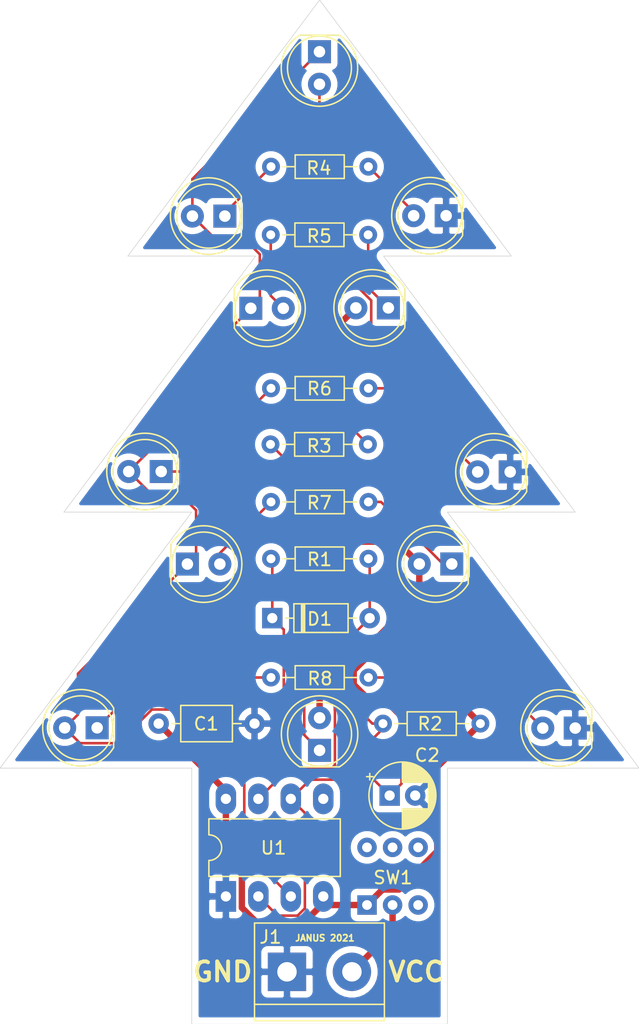
<source format=kicad_pcb>
(kicad_pcb (version 20171130) (host pcbnew "(5.1.10)-1")

  (general
    (thickness 1.6)
    (drawings 18)
    (tracks 138)
    (zones 0)
    (modules 26)
    (nets 24)
  )

  (page A4)
  (layers
    (0 F.Cu signal)
    (31 B.Cu signal)
    (32 B.Adhes user hide)
    (33 F.Adhes user hide)
    (34 B.Paste user hide)
    (35 F.Paste user hide)
    (36 B.SilkS user hide)
    (37 F.SilkS user)
    (38 B.Mask user hide)
    (39 F.Mask user hide)
    (40 Dwgs.User user hide)
    (41 Cmts.User user hide)
    (42 Eco1.User user hide)
    (43 Eco2.User user hide)
    (44 Edge.Cuts user hide)
    (45 Margin user hide)
    (46 B.CrtYd user hide)
    (47 F.CrtYd user hide)
    (48 B.Fab user hide)
    (49 F.Fab user hide)
  )

  (setup
    (last_trace_width 0.5)
    (user_trace_width 0.2)
    (user_trace_width 0.5)
    (trace_clearance 0.2)
    (zone_clearance 0.508)
    (zone_45_only no)
    (trace_min 0.2)
    (via_size 0.8)
    (via_drill 0.4)
    (via_min_size 0.4)
    (via_min_drill 0.3)
    (uvia_size 0.3)
    (uvia_drill 0.1)
    (uvias_allowed no)
    (uvia_min_size 0.2)
    (uvia_min_drill 0.1)
    (edge_width 0.05)
    (segment_width 0.2)
    (pcb_text_width 0.3)
    (pcb_text_size 1.5 1.5)
    (mod_edge_width 0.12)
    (mod_text_size 1 1)
    (mod_text_width 0.15)
    (pad_size 1.524 1.524)
    (pad_drill 0.762)
    (pad_to_mask_clearance 0)
    (aux_axis_origin 0 0)
    (visible_elements 7FFFFFFF)
    (pcbplotparams
      (layerselection 0x010fc_ffffffff)
      (usegerberextensions false)
      (usegerberattributes true)
      (usegerberadvancedattributes true)
      (creategerberjobfile true)
      (excludeedgelayer true)
      (linewidth 0.100000)
      (plotframeref false)
      (viasonmask false)
      (mode 1)
      (useauxorigin false)
      (hpglpennumber 1)
      (hpglpenspeed 20)
      (hpglpendiameter 15.000000)
      (psnegative false)
      (psa4output false)
      (plotreference true)
      (plotvalue true)
      (plotinvisibletext false)
      (padsonsilk false)
      (subtractmaskfromsilk false)
      (outputformat 1)
      (mirror false)
      (drillshape 1)
      (scaleselection 1)
      (outputdirectory ""))
  )

  (net 0 "")
  (net 1 GND)
  (net 2 +5V)
  (net 3 "Net-(C2-Pad1)")
  (net 4 "Net-(D1-Pad2)")
  (net 5 "Net-(D2-Pad1)")
  (net 6 "Net-(D11-Pad1)")
  (net 7 "Net-(D4-Pad1)")
  (net 8 "Net-(D6-Pad1)")
  (net 9 "Net-(D8-Pad1)")
  (net 10 "Net-(D10-Pad1)")
  (net 11 "Net-(D12-Pad1)")
  (net 12 "Net-(J1-Pad2)")
  (net 13 "Net-(SW1-Pad6)")
  (net 14 "Net-(SW1-Pad3)")
  (net 15 "Net-(U1-Pad5)")
  (net 16 "Net-(SW1-Pad5)")
  (net 17 "Net-(SW1-Pad4)")
  (net 18 "Net-(D3-Pad2)")
  (net 19 "Net-(D5-Pad2)")
  (net 20 "Net-(D7-Pad2)")
  (net 21 "Net-(D9-Pad2)")
  (net 22 "Net-(D11-Pad2)")
  (net 23 "Net-(D13-Pad2)")

  (net_class Default "This is the default net class."
    (clearance 0.2)
    (trace_width 0.25)
    (via_dia 0.8)
    (via_drill 0.4)
    (uvia_dia 0.3)
    (uvia_drill 0.1)
    (add_net +5V)
    (add_net GND)
    (add_net "Net-(C2-Pad1)")
    (add_net "Net-(D1-Pad2)")
    (add_net "Net-(D10-Pad1)")
    (add_net "Net-(D11-Pad1)")
    (add_net "Net-(D11-Pad2)")
    (add_net "Net-(D12-Pad1)")
    (add_net "Net-(D13-Pad2)")
    (add_net "Net-(D2-Pad1)")
    (add_net "Net-(D3-Pad2)")
    (add_net "Net-(D4-Pad1)")
    (add_net "Net-(D5-Pad2)")
    (add_net "Net-(D6-Pad1)")
    (add_net "Net-(D7-Pad2)")
    (add_net "Net-(D8-Pad1)")
    (add_net "Net-(D9-Pad2)")
    (add_net "Net-(J1-Pad2)")
    (add_net "Net-(SW1-Pad3)")
    (add_net "Net-(SW1-Pad4)")
    (add_net "Net-(SW1-Pad5)")
    (add_net "Net-(SW1-Pad6)")
    (add_net "Net-(U1-Pad5)")
  )

  (module Package_DIP:DIP-8_W7.62mm_LongPads (layer F.Cu) (tedit 5A02E8C5) (tstamp 615EB887)
    (at 72.67 160.02 90)
    (descr "8-lead though-hole mounted DIP package, row spacing 7.62 mm (300 mils), LongPads")
    (tags "THT DIP DIL PDIP 2.54mm 7.62mm 300mil LongPads")
    (path /615DEE5A)
    (fp_text reference U1 (at 3.79 3.73 180) (layer F.SilkS)
      (effects (font (size 1 1) (thickness 0.15)))
    )
    (fp_text value NE555D (at 3.81 9.95 90) (layer F.Fab)
      (effects (font (size 1 1) (thickness 0.15)))
    )
    (fp_line (start 9.1 -1.55) (end -1.45 -1.55) (layer F.CrtYd) (width 0.05))
    (fp_line (start 9.1 9.15) (end 9.1 -1.55) (layer F.CrtYd) (width 0.05))
    (fp_line (start -1.45 9.15) (end 9.1 9.15) (layer F.CrtYd) (width 0.05))
    (fp_line (start -1.45 -1.55) (end -1.45 9.15) (layer F.CrtYd) (width 0.05))
    (fp_line (start 6.06 -1.33) (end 4.81 -1.33) (layer F.SilkS) (width 0.12))
    (fp_line (start 6.06 8.95) (end 6.06 -1.33) (layer F.SilkS) (width 0.12))
    (fp_line (start 1.56 8.95) (end 6.06 8.95) (layer F.SilkS) (width 0.12))
    (fp_line (start 1.56 -1.33) (end 1.56 8.95) (layer F.SilkS) (width 0.12))
    (fp_line (start 2.81 -1.33) (end 1.56 -1.33) (layer F.SilkS) (width 0.12))
    (fp_line (start 0.635 -0.27) (end 1.635 -1.27) (layer F.Fab) (width 0.1))
    (fp_line (start 0.635 8.89) (end 0.635 -0.27) (layer F.Fab) (width 0.1))
    (fp_line (start 6.985 8.89) (end 0.635 8.89) (layer F.Fab) (width 0.1))
    (fp_line (start 6.985 -1.27) (end 6.985 8.89) (layer F.Fab) (width 0.1))
    (fp_line (start 1.635 -1.27) (end 6.985 -1.27) (layer F.Fab) (width 0.1))
    (fp_text user %R (at 3.81 3.81 90) (layer F.Fab)
      (effects (font (size 1 1) (thickness 0.15)))
    )
    (fp_arc (start 3.81 -1.33) (end 2.81 -1.33) (angle -180) (layer F.SilkS) (width 0.12))
    (pad 8 thru_hole oval (at 7.62 0 90) (size 2.4 1.6) (drill 0.8) (layers *.Cu *.Mask)
      (net 2 +5V))
    (pad 4 thru_hole oval (at 0 7.62 90) (size 2.4 1.6) (drill 0.8) (layers *.Cu *.Mask)
      (net 2 +5V))
    (pad 7 thru_hole oval (at 7.62 2.54 90) (size 2.4 1.6) (drill 0.8) (layers *.Cu *.Mask)
      (net 4 "Net-(D1-Pad2)"))
    (pad 3 thru_hole oval (at 0 5.08 90) (size 2.4 1.6) (drill 0.8) (layers *.Cu *.Mask)
      (net 6 "Net-(D11-Pad1)"))
    (pad 6 thru_hole oval (at 7.62 5.08 90) (size 2.4 1.6) (drill 0.8) (layers *.Cu *.Mask)
      (net 3 "Net-(C2-Pad1)"))
    (pad 2 thru_hole oval (at 0 2.54 90) (size 2.4 1.6) (drill 0.8) (layers *.Cu *.Mask)
      (net 3 "Net-(C2-Pad1)"))
    (pad 5 thru_hole oval (at 7.62 7.62 90) (size 2.4 1.6) (drill 0.8) (layers *.Cu *.Mask)
      (net 15 "Net-(U1-Pad5)"))
    (pad 1 thru_hole rect (at 0 0 90) (size 2.4 1.6) (drill 0.8) (layers *.Cu *.Mask)
      (net 1 GND))
    (model ${KISYS3DMOD}/Package_DIP.3dshapes/DIP-8_W7.62mm.wrl
      (at (xyz 0 0 0))
      (scale (xyz 1 1 1))
      (rotate (xyz 0 0 0))
    )
  )

  (module custom:switch_dpdt (layer F.Cu) (tedit 615DD1BD) (tstamp 615E70F2)
    (at 83.71 160.69)
    (path /615E0412)
    (fp_text reference SW1 (at 2.03 -2.14) (layer F.SilkS)
      (effects (font (size 1 1) (thickness 0.15)))
    )
    (fp_text value SW_DPDT_x2 (at 1.96 1.89) (layer F.Fab)
      (effects (font (size 1 1) (thickness 0.15)))
    )
    (fp_line (start 4.9 -5.4) (end 4.9 0.9) (layer F.CrtYd) (width 0.12))
    (fp_line (start -0.9 -5.4) (end -0.9 0.9) (layer F.CrtYd) (width 0.12))
    (fp_line (start -0.9 -5.4) (end 4.9 -5.4) (layer F.CrtYd) (width 0.12))
    (fp_line (start -0.9 0.9) (end 4.9 0.9) (layer F.CrtYd) (width 0.12))
    (pad 6 thru_hole circle (at 4 -4.5) (size 1.524 1.524) (drill 0.762) (layers *.Cu *.Mask)
      (net 13 "Net-(SW1-Pad6)"))
    (pad 5 thru_hole circle (at 2 -4.5) (size 1.524 1.524) (drill 0.762) (layers *.Cu *.Mask)
      (net 16 "Net-(SW1-Pad5)"))
    (pad 4 thru_hole circle (at 0 -4.5) (size 1.524 1.524) (drill 0.762) (layers *.Cu *.Mask)
      (net 17 "Net-(SW1-Pad4)"))
    (pad 3 thru_hole circle (at 4 0) (size 1.524 1.524) (drill 0.762) (layers *.Cu *.Mask)
      (net 14 "Net-(SW1-Pad3)"))
    (pad 2 thru_hole circle (at 2 0) (size 1.524 1.524) (drill 0.762) (layers *.Cu *.Mask)
      (net 12 "Net-(J1-Pad2)"))
    (pad 1 thru_hole rect (at 0 0) (size 1.524 1.524) (drill 0.762) (layers *.Cu *.Mask)
      (net 2 +5V))
  )

  (module Resistor_THT:R_Axial_DIN0204_L3.6mm_D1.6mm_P7.62mm_Horizontal (layer F.Cu) (tedit 5AE5139B) (tstamp 615E70E4)
    (at 83.82 142.92 180)
    (descr "Resistor, Axial_DIN0204 series, Axial, Horizontal, pin pitch=7.62mm, 0.167W, length*diameter=3.6*1.6mm^2, http://cdn-reichelt.de/documents/datenblatt/B400/1_4W%23YAG.pdf")
    (tags "Resistor Axial_DIN0204 series Axial Horizontal pin pitch 7.62mm 0.167W length 3.6mm diameter 1.6mm")
    (path /6160019D)
    (fp_text reference R8 (at 3.79 -0.09) (layer F.SilkS)
      (effects (font (size 1 1) (thickness 0.15)))
    )
    (fp_text value 270 (at 3.81 1.92) (layer F.Fab)
      (effects (font (size 1 1) (thickness 0.15)))
    )
    (fp_line (start 8.57 -1.05) (end -0.95 -1.05) (layer F.CrtYd) (width 0.05))
    (fp_line (start 8.57 1.05) (end 8.57 -1.05) (layer F.CrtYd) (width 0.05))
    (fp_line (start -0.95 1.05) (end 8.57 1.05) (layer F.CrtYd) (width 0.05))
    (fp_line (start -0.95 -1.05) (end -0.95 1.05) (layer F.CrtYd) (width 0.05))
    (fp_line (start 6.68 0) (end 5.73 0) (layer F.SilkS) (width 0.12))
    (fp_line (start 0.94 0) (end 1.89 0) (layer F.SilkS) (width 0.12))
    (fp_line (start 5.73 -0.92) (end 1.89 -0.92) (layer F.SilkS) (width 0.12))
    (fp_line (start 5.73 0.92) (end 5.73 -0.92) (layer F.SilkS) (width 0.12))
    (fp_line (start 1.89 0.92) (end 5.73 0.92) (layer F.SilkS) (width 0.12))
    (fp_line (start 1.89 -0.92) (end 1.89 0.92) (layer F.SilkS) (width 0.12))
    (fp_line (start 7.62 0) (end 5.61 0) (layer F.Fab) (width 0.1))
    (fp_line (start 0 0) (end 2.01 0) (layer F.Fab) (width 0.1))
    (fp_line (start 5.61 -0.8) (end 2.01 -0.8) (layer F.Fab) (width 0.1))
    (fp_line (start 5.61 0.8) (end 5.61 -0.8) (layer F.Fab) (width 0.1))
    (fp_line (start 2.01 0.8) (end 5.61 0.8) (layer F.Fab) (width 0.1))
    (fp_line (start 2.01 -0.8) (end 2.01 0.8) (layer F.Fab) (width 0.1))
    (fp_text user %R (at 3.81 0) (layer F.Fab)
      (effects (font (size 0.72 0.72) (thickness 0.108)))
    )
    (pad 2 thru_hole oval (at 7.62 0 180) (size 1.4 1.4) (drill 0.7) (layers *.Cu *.Mask)
      (net 11 "Net-(D12-Pad1)"))
    (pad 1 thru_hole circle (at 0 0 180) (size 1.4 1.4) (drill 0.7) (layers *.Cu *.Mask)
      (net 23 "Net-(D13-Pad2)"))
    (model ${KISYS3DMOD}/Resistor_THT.3dshapes/R_Axial_DIN0204_L3.6mm_D1.6mm_P7.62mm_Horizontal.wrl
      (at (xyz 0 0 0))
      (scale (xyz 1 1 1))
      (rotate (xyz 0 0 0))
    )
  )

  (module Resistor_THT:R_Axial_DIN0204_L3.6mm_D1.6mm_P7.62mm_Horizontal (layer F.Cu) (tedit 5AE5139B) (tstamp 615E94C5)
    (at 76.2 129.206)
    (descr "Resistor, Axial_DIN0204 series, Axial, Horizontal, pin pitch=7.62mm, 0.167W, length*diameter=3.6*1.6mm^2, http://cdn-reichelt.de/documents/datenblatt/B400/1_4W%23YAG.pdf")
    (tags "Resistor Axial_DIN0204 series Axial Horizontal pin pitch 7.62mm 0.167W length 3.6mm diameter 1.6mm")
    (path /615FE1E2)
    (fp_text reference R7 (at 3.78 0.074) (layer F.SilkS)
      (effects (font (size 1 1) (thickness 0.15)))
    )
    (fp_text value 330 (at 3.81 1.92) (layer F.Fab)
      (effects (font (size 1 1) (thickness 0.15)))
    )
    (fp_line (start 8.57 -1.05) (end -0.95 -1.05) (layer F.CrtYd) (width 0.05))
    (fp_line (start 8.57 1.05) (end 8.57 -1.05) (layer F.CrtYd) (width 0.05))
    (fp_line (start -0.95 1.05) (end 8.57 1.05) (layer F.CrtYd) (width 0.05))
    (fp_line (start -0.95 -1.05) (end -0.95 1.05) (layer F.CrtYd) (width 0.05))
    (fp_line (start 6.68 0) (end 5.73 0) (layer F.SilkS) (width 0.12))
    (fp_line (start 0.94 0) (end 1.89 0) (layer F.SilkS) (width 0.12))
    (fp_line (start 5.73 -0.92) (end 1.89 -0.92) (layer F.SilkS) (width 0.12))
    (fp_line (start 5.73 0.92) (end 5.73 -0.92) (layer F.SilkS) (width 0.12))
    (fp_line (start 1.89 0.92) (end 5.73 0.92) (layer F.SilkS) (width 0.12))
    (fp_line (start 1.89 -0.92) (end 1.89 0.92) (layer F.SilkS) (width 0.12))
    (fp_line (start 7.62 0) (end 5.61 0) (layer F.Fab) (width 0.1))
    (fp_line (start 0 0) (end 2.01 0) (layer F.Fab) (width 0.1))
    (fp_line (start 5.61 -0.8) (end 2.01 -0.8) (layer F.Fab) (width 0.1))
    (fp_line (start 5.61 0.8) (end 5.61 -0.8) (layer F.Fab) (width 0.1))
    (fp_line (start 2.01 0.8) (end 5.61 0.8) (layer F.Fab) (width 0.1))
    (fp_line (start 2.01 -0.8) (end 2.01 0.8) (layer F.Fab) (width 0.1))
    (fp_text user %R (at 3.81 0) (layer F.Fab)
      (effects (font (size 0.72 0.72) (thickness 0.108)))
    )
    (pad 2 thru_hole oval (at 7.62 0) (size 1.4 1.4) (drill 0.7) (layers *.Cu *.Mask)
      (net 10 "Net-(D10-Pad1)"))
    (pad 1 thru_hole circle (at 0 0) (size 1.4 1.4) (drill 0.7) (layers *.Cu *.Mask)
      (net 22 "Net-(D11-Pad2)"))
    (model ${KISYS3DMOD}/Resistor_THT.3dshapes/R_Axial_DIN0204_L3.6mm_D1.6mm_P7.62mm_Horizontal.wrl
      (at (xyz 0 0 0))
      (scale (xyz 1 1 1))
      (rotate (xyz 0 0 0))
    )
  )

  (module Resistor_THT:R_Axial_DIN0204_L3.6mm_D1.6mm_P7.62mm_Horizontal (layer F.Cu) (tedit 5AE5139B) (tstamp 615E85BB)
    (at 83.82 120.33 180)
    (descr "Resistor, Axial_DIN0204 series, Axial, Horizontal, pin pitch=7.62mm, 0.167W, length*diameter=3.6*1.6mm^2, http://cdn-reichelt.de/documents/datenblatt/B400/1_4W%23YAG.pdf")
    (tags "Resistor Axial_DIN0204 series Axial Horizontal pin pitch 7.62mm 0.167W length 3.6mm diameter 1.6mm")
    (path /615FFEF1)
    (fp_text reference R6 (at 3.83 -0.03) (layer F.SilkS)
      (effects (font (size 1 1) (thickness 0.15)))
    )
    (fp_text value 270 (at 3.81 1.92) (layer F.Fab)
      (effects (font (size 1 1) (thickness 0.15)))
    )
    (fp_line (start 8.57 -1.05) (end -0.95 -1.05) (layer F.CrtYd) (width 0.05))
    (fp_line (start 8.57 1.05) (end 8.57 -1.05) (layer F.CrtYd) (width 0.05))
    (fp_line (start -0.95 1.05) (end 8.57 1.05) (layer F.CrtYd) (width 0.05))
    (fp_line (start -0.95 -1.05) (end -0.95 1.05) (layer F.CrtYd) (width 0.05))
    (fp_line (start 6.68 0) (end 5.73 0) (layer F.SilkS) (width 0.12))
    (fp_line (start 0.94 0) (end 1.89 0) (layer F.SilkS) (width 0.12))
    (fp_line (start 5.73 -0.92) (end 1.89 -0.92) (layer F.SilkS) (width 0.12))
    (fp_line (start 5.73 0.92) (end 5.73 -0.92) (layer F.SilkS) (width 0.12))
    (fp_line (start 1.89 0.92) (end 5.73 0.92) (layer F.SilkS) (width 0.12))
    (fp_line (start 1.89 -0.92) (end 1.89 0.92) (layer F.SilkS) (width 0.12))
    (fp_line (start 7.62 0) (end 5.61 0) (layer F.Fab) (width 0.1))
    (fp_line (start 0 0) (end 2.01 0) (layer F.Fab) (width 0.1))
    (fp_line (start 5.61 -0.8) (end 2.01 -0.8) (layer F.Fab) (width 0.1))
    (fp_line (start 5.61 0.8) (end 5.61 -0.8) (layer F.Fab) (width 0.1))
    (fp_line (start 2.01 0.8) (end 5.61 0.8) (layer F.Fab) (width 0.1))
    (fp_line (start 2.01 -0.8) (end 2.01 0.8) (layer F.Fab) (width 0.1))
    (fp_text user %R (at 3.81 0) (layer F.Fab)
      (effects (font (size 0.72 0.72) (thickness 0.108)))
    )
    (pad 2 thru_hole oval (at 7.62 0 180) (size 1.4 1.4) (drill 0.7) (layers *.Cu *.Mask)
      (net 9 "Net-(D8-Pad1)"))
    (pad 1 thru_hole circle (at 0 0 180) (size 1.4 1.4) (drill 0.7) (layers *.Cu *.Mask)
      (net 21 "Net-(D9-Pad2)"))
    (model ${KISYS3DMOD}/Resistor_THT.3dshapes/R_Axial_DIN0204_L3.6mm_D1.6mm_P7.62mm_Horizontal.wrl
      (at (xyz 0 0 0))
      (scale (xyz 1 1 1))
      (rotate (xyz 0 0 0))
    )
  )

  (module Resistor_THT:R_Axial_DIN0204_L3.6mm_D1.6mm_P7.62mm_Horizontal (layer F.Cu) (tedit 5AE5139B) (tstamp 615EA324)
    (at 76.18 108.34)
    (descr "Resistor, Axial_DIN0204 series, Axial, Horizontal, pin pitch=7.62mm, 0.167W, length*diameter=3.6*1.6mm^2, http://cdn-reichelt.de/documents/datenblatt/B400/1_4W%23YAG.pdf")
    (tags "Resistor Axial_DIN0204 series Axial Horizontal pin pitch 7.62mm 0.167W length 3.6mm diameter 1.6mm")
    (path /615FDEAF)
    (fp_text reference R5 (at 3.79 0.11) (layer F.SilkS)
      (effects (font (size 1 1) (thickness 0.15)))
    )
    (fp_text value 330 (at 3.81 1.92) (layer F.Fab)
      (effects (font (size 1 1) (thickness 0.15)))
    )
    (fp_line (start 8.57 -1.05) (end -0.95 -1.05) (layer F.CrtYd) (width 0.05))
    (fp_line (start 8.57 1.05) (end 8.57 -1.05) (layer F.CrtYd) (width 0.05))
    (fp_line (start -0.95 1.05) (end 8.57 1.05) (layer F.CrtYd) (width 0.05))
    (fp_line (start -0.95 -1.05) (end -0.95 1.05) (layer F.CrtYd) (width 0.05))
    (fp_line (start 6.68 0) (end 5.73 0) (layer F.SilkS) (width 0.12))
    (fp_line (start 0.94 0) (end 1.89 0) (layer F.SilkS) (width 0.12))
    (fp_line (start 5.73 -0.92) (end 1.89 -0.92) (layer F.SilkS) (width 0.12))
    (fp_line (start 5.73 0.92) (end 5.73 -0.92) (layer F.SilkS) (width 0.12))
    (fp_line (start 1.89 0.92) (end 5.73 0.92) (layer F.SilkS) (width 0.12))
    (fp_line (start 1.89 -0.92) (end 1.89 0.92) (layer F.SilkS) (width 0.12))
    (fp_line (start 7.62 0) (end 5.61 0) (layer F.Fab) (width 0.1))
    (fp_line (start 0 0) (end 2.01 0) (layer F.Fab) (width 0.1))
    (fp_line (start 5.61 -0.8) (end 2.01 -0.8) (layer F.Fab) (width 0.1))
    (fp_line (start 5.61 0.8) (end 5.61 -0.8) (layer F.Fab) (width 0.1))
    (fp_line (start 2.01 0.8) (end 5.61 0.8) (layer F.Fab) (width 0.1))
    (fp_line (start 2.01 -0.8) (end 2.01 0.8) (layer F.Fab) (width 0.1))
    (fp_text user %R (at 3.81 0) (layer F.Fab)
      (effects (font (size 0.72 0.72) (thickness 0.108)))
    )
    (pad 2 thru_hole oval (at 7.62 0) (size 1.4 1.4) (drill 0.7) (layers *.Cu *.Mask)
      (net 8 "Net-(D6-Pad1)"))
    (pad 1 thru_hole circle (at 0 0) (size 1.4 1.4) (drill 0.7) (layers *.Cu *.Mask)
      (net 20 "Net-(D7-Pad2)"))
    (model ${KISYS3DMOD}/Resistor_THT.3dshapes/R_Axial_DIN0204_L3.6mm_D1.6mm_P7.62mm_Horizontal.wrl
      (at (xyz 0 0 0))
      (scale (xyz 1 1 1))
      (rotate (xyz 0 0 0))
    )
  )

  (module Resistor_THT:R_Axial_DIN0204_L3.6mm_D1.6mm_P7.62mm_Horizontal (layer F.Cu) (tedit 5AE5139B) (tstamp 615E8420)
    (at 83.82 103.02 180)
    (descr "Resistor, Axial_DIN0204 series, Axial, Horizontal, pin pitch=7.62mm, 0.167W, length*diameter=3.6*1.6mm^2, http://cdn-reichelt.de/documents/datenblatt/B400/1_4W%23YAG.pdf")
    (tags "Resistor Axial_DIN0204 series Axial Horizontal pin pitch 7.62mm 0.167W length 3.6mm diameter 1.6mm")
    (path /615FE51D)
    (fp_text reference R4 (at 3.88 -0.12) (layer F.SilkS)
      (effects (font (size 1 1) (thickness 0.15)))
    )
    (fp_text value 270 (at 3.81 1.92) (layer F.Fab)
      (effects (font (size 1 1) (thickness 0.15)))
    )
    (fp_line (start 8.57 -1.05) (end -0.95 -1.05) (layer F.CrtYd) (width 0.05))
    (fp_line (start 8.57 1.05) (end 8.57 -1.05) (layer F.CrtYd) (width 0.05))
    (fp_line (start -0.95 1.05) (end 8.57 1.05) (layer F.CrtYd) (width 0.05))
    (fp_line (start -0.95 -1.05) (end -0.95 1.05) (layer F.CrtYd) (width 0.05))
    (fp_line (start 6.68 0) (end 5.73 0) (layer F.SilkS) (width 0.12))
    (fp_line (start 0.94 0) (end 1.89 0) (layer F.SilkS) (width 0.12))
    (fp_line (start 5.73 -0.92) (end 1.89 -0.92) (layer F.SilkS) (width 0.12))
    (fp_line (start 5.73 0.92) (end 5.73 -0.92) (layer F.SilkS) (width 0.12))
    (fp_line (start 1.89 0.92) (end 5.73 0.92) (layer F.SilkS) (width 0.12))
    (fp_line (start 1.89 -0.92) (end 1.89 0.92) (layer F.SilkS) (width 0.12))
    (fp_line (start 7.62 0) (end 5.61 0) (layer F.Fab) (width 0.1))
    (fp_line (start 0 0) (end 2.01 0) (layer F.Fab) (width 0.1))
    (fp_line (start 5.61 -0.8) (end 2.01 -0.8) (layer F.Fab) (width 0.1))
    (fp_line (start 5.61 0.8) (end 5.61 -0.8) (layer F.Fab) (width 0.1))
    (fp_line (start 2.01 0.8) (end 5.61 0.8) (layer F.Fab) (width 0.1))
    (fp_line (start 2.01 -0.8) (end 2.01 0.8) (layer F.Fab) (width 0.1))
    (fp_text user %R (at 3.81 0) (layer F.Fab)
      (effects (font (size 0.72 0.72) (thickness 0.108)))
    )
    (pad 2 thru_hole oval (at 7.62 0 180) (size 1.4 1.4) (drill 0.7) (layers *.Cu *.Mask)
      (net 7 "Net-(D4-Pad1)"))
    (pad 1 thru_hole circle (at 0 0 180) (size 1.4 1.4) (drill 0.7) (layers *.Cu *.Mask)
      (net 19 "Net-(D5-Pad2)"))
    (model ${KISYS3DMOD}/Resistor_THT.3dshapes/R_Axial_DIN0204_L3.6mm_D1.6mm_P7.62mm_Horizontal.wrl
      (at (xyz 0 0 0))
      (scale (xyz 1 1 1))
      (rotate (xyz 0 0 0))
    )
  )

  (module Resistor_THT:R_Axial_DIN0204_L3.6mm_D1.6mm_P7.62mm_Horizontal (layer F.Cu) (tedit 5AE5139B) (tstamp 615E7071)
    (at 83.78 124.71 180)
    (descr "Resistor, Axial_DIN0204 series, Axial, Horizontal, pin pitch=7.62mm, 0.167W, length*diameter=3.6*1.6mm^2, http://cdn-reichelt.de/documents/datenblatt/B400/1_4W%23YAG.pdf")
    (tags "Resistor Axial_DIN0204 series Axial Horizontal pin pitch 7.62mm 0.167W length 3.6mm diameter 1.6mm")
    (path /615EBD53)
    (fp_text reference R3 (at 3.81 -0.13) (layer F.SilkS)
      (effects (font (size 1 1) (thickness 0.15)))
    )
    (fp_text value 330 (at 3.81 1.92) (layer F.Fab)
      (effects (font (size 1 1) (thickness 0.15)))
    )
    (fp_line (start 8.57 -1.05) (end -0.95 -1.05) (layer F.CrtYd) (width 0.05))
    (fp_line (start 8.57 1.05) (end 8.57 -1.05) (layer F.CrtYd) (width 0.05))
    (fp_line (start -0.95 1.05) (end 8.57 1.05) (layer F.CrtYd) (width 0.05))
    (fp_line (start -0.95 -1.05) (end -0.95 1.05) (layer F.CrtYd) (width 0.05))
    (fp_line (start 6.68 0) (end 5.73 0) (layer F.SilkS) (width 0.12))
    (fp_line (start 0.94 0) (end 1.89 0) (layer F.SilkS) (width 0.12))
    (fp_line (start 5.73 -0.92) (end 1.89 -0.92) (layer F.SilkS) (width 0.12))
    (fp_line (start 5.73 0.92) (end 5.73 -0.92) (layer F.SilkS) (width 0.12))
    (fp_line (start 1.89 0.92) (end 5.73 0.92) (layer F.SilkS) (width 0.12))
    (fp_line (start 1.89 -0.92) (end 1.89 0.92) (layer F.SilkS) (width 0.12))
    (fp_line (start 7.62 0) (end 5.61 0) (layer F.Fab) (width 0.1))
    (fp_line (start 0 0) (end 2.01 0) (layer F.Fab) (width 0.1))
    (fp_line (start 5.61 -0.8) (end 2.01 -0.8) (layer F.Fab) (width 0.1))
    (fp_line (start 5.61 0.8) (end 5.61 -0.8) (layer F.Fab) (width 0.1))
    (fp_line (start 2.01 0.8) (end 5.61 0.8) (layer F.Fab) (width 0.1))
    (fp_line (start 2.01 -0.8) (end 2.01 0.8) (layer F.Fab) (width 0.1))
    (fp_text user %R (at 3.81 0) (layer F.Fab)
      (effects (font (size 0.72 0.72) (thickness 0.108)))
    )
    (pad 2 thru_hole oval (at 7.62 0 180) (size 1.4 1.4) (drill 0.7) (layers *.Cu *.Mask)
      (net 5 "Net-(D2-Pad1)"))
    (pad 1 thru_hole circle (at 0 0 180) (size 1.4 1.4) (drill 0.7) (layers *.Cu *.Mask)
      (net 18 "Net-(D3-Pad2)"))
    (model ${KISYS3DMOD}/Resistor_THT.3dshapes/R_Axial_DIN0204_L3.6mm_D1.6mm_P7.62mm_Horizontal.wrl
      (at (xyz 0 0 0))
      (scale (xyz 1 1 1))
      (rotate (xyz 0 0 0))
    )
  )

  (module Resistor_THT:R_Axial_DIN0204_L3.6mm_D1.6mm_P7.62mm_Horizontal (layer F.Cu) (tedit 5AE5139B) (tstamp 615E705A)
    (at 84.96 146.52)
    (descr "Resistor, Axial_DIN0204 series, Axial, Horizontal, pin pitch=7.62mm, 0.167W, length*diameter=3.6*1.6mm^2, http://cdn-reichelt.de/documents/datenblatt/B400/1_4W%23YAG.pdf")
    (tags "Resistor Axial_DIN0204 series Axial Horizontal pin pitch 7.62mm 0.167W length 3.6mm diameter 1.6mm")
    (path /615E4728)
    (fp_text reference R2 (at 3.68 0.02) (layer F.SilkS)
      (effects (font (size 1 1) (thickness 0.15)))
    )
    (fp_text value 330k (at 3.81 1.92) (layer F.Fab)
      (effects (font (size 1 1) (thickness 0.15)))
    )
    (fp_line (start 8.57 -1.05) (end -0.95 -1.05) (layer F.CrtYd) (width 0.05))
    (fp_line (start 8.57 1.05) (end 8.57 -1.05) (layer F.CrtYd) (width 0.05))
    (fp_line (start -0.95 1.05) (end 8.57 1.05) (layer F.CrtYd) (width 0.05))
    (fp_line (start -0.95 -1.05) (end -0.95 1.05) (layer F.CrtYd) (width 0.05))
    (fp_line (start 6.68 0) (end 5.73 0) (layer F.SilkS) (width 0.12))
    (fp_line (start 0.94 0) (end 1.89 0) (layer F.SilkS) (width 0.12))
    (fp_line (start 5.73 -0.92) (end 1.89 -0.92) (layer F.SilkS) (width 0.12))
    (fp_line (start 5.73 0.92) (end 5.73 -0.92) (layer F.SilkS) (width 0.12))
    (fp_line (start 1.89 0.92) (end 5.73 0.92) (layer F.SilkS) (width 0.12))
    (fp_line (start 1.89 -0.92) (end 1.89 0.92) (layer F.SilkS) (width 0.12))
    (fp_line (start 7.62 0) (end 5.61 0) (layer F.Fab) (width 0.1))
    (fp_line (start 0 0) (end 2.01 0) (layer F.Fab) (width 0.1))
    (fp_line (start 5.61 -0.8) (end 2.01 -0.8) (layer F.Fab) (width 0.1))
    (fp_line (start 5.61 0.8) (end 5.61 -0.8) (layer F.Fab) (width 0.1))
    (fp_line (start 2.01 0.8) (end 5.61 0.8) (layer F.Fab) (width 0.1))
    (fp_line (start 2.01 -0.8) (end 2.01 0.8) (layer F.Fab) (width 0.1))
    (fp_text user %R (at 3.81 0) (layer F.Fab)
      (effects (font (size 0.72 0.72) (thickness 0.108)))
    )
    (pad 2 thru_hole oval (at 7.62 0) (size 1.4 1.4) (drill 0.7) (layers *.Cu *.Mask)
      (net 2 +5V))
    (pad 1 thru_hole circle (at 0 0) (size 1.4 1.4) (drill 0.7) (layers *.Cu *.Mask)
      (net 4 "Net-(D1-Pad2)"))
    (model ${KISYS3DMOD}/Resistor_THT.3dshapes/R_Axial_DIN0204_L3.6mm_D1.6mm_P7.62mm_Horizontal.wrl
      (at (xyz 0 0 0))
      (scale (xyz 1 1 1))
      (rotate (xyz 0 0 0))
    )
  )

  (module Resistor_THT:R_Axial_DIN0204_L3.6mm_D1.6mm_P7.62mm_Horizontal (layer F.Cu) (tedit 5AE5139B) (tstamp 615EAB0B)
    (at 83.82 133.644 180)
    (descr "Resistor, Axial_DIN0204 series, Axial, Horizontal, pin pitch=7.62mm, 0.167W, length*diameter=3.6*1.6mm^2, http://cdn-reichelt.de/documents/datenblatt/B400/1_4W%23YAG.pdf")
    (tags "Resistor Axial_DIN0204 series Axial Horizontal pin pitch 7.62mm 0.167W length 3.6mm diameter 1.6mm")
    (path /615E2D0A)
    (fp_text reference R1 (at 3.83 -0.056) (layer F.SilkS)
      (effects (font (size 1 1) (thickness 0.15)))
    )
    (fp_text value 330k (at 3.81 1.92) (layer F.Fab)
      (effects (font (size 1 1) (thickness 0.15)))
    )
    (fp_line (start 8.57 -1.05) (end -0.95 -1.05) (layer F.CrtYd) (width 0.05))
    (fp_line (start 8.57 1.05) (end 8.57 -1.05) (layer F.CrtYd) (width 0.05))
    (fp_line (start -0.95 1.05) (end 8.57 1.05) (layer F.CrtYd) (width 0.05))
    (fp_line (start -0.95 -1.05) (end -0.95 1.05) (layer F.CrtYd) (width 0.05))
    (fp_line (start 6.68 0) (end 5.73 0) (layer F.SilkS) (width 0.12))
    (fp_line (start 0.94 0) (end 1.89 0) (layer F.SilkS) (width 0.12))
    (fp_line (start 5.73 -0.92) (end 1.89 -0.92) (layer F.SilkS) (width 0.12))
    (fp_line (start 5.73 0.92) (end 5.73 -0.92) (layer F.SilkS) (width 0.12))
    (fp_line (start 1.89 0.92) (end 5.73 0.92) (layer F.SilkS) (width 0.12))
    (fp_line (start 1.89 -0.92) (end 1.89 0.92) (layer F.SilkS) (width 0.12))
    (fp_line (start 7.62 0) (end 5.61 0) (layer F.Fab) (width 0.1))
    (fp_line (start 0 0) (end 2.01 0) (layer F.Fab) (width 0.1))
    (fp_line (start 5.61 -0.8) (end 2.01 -0.8) (layer F.Fab) (width 0.1))
    (fp_line (start 5.61 0.8) (end 5.61 -0.8) (layer F.Fab) (width 0.1))
    (fp_line (start 2.01 0.8) (end 5.61 0.8) (layer F.Fab) (width 0.1))
    (fp_line (start 2.01 -0.8) (end 2.01 0.8) (layer F.Fab) (width 0.1))
    (fp_text user %R (at 3.81 0) (layer F.Fab)
      (effects (font (size 0.72 0.72) (thickness 0.108)))
    )
    (pad 2 thru_hole oval (at 7.62 0 180) (size 1.4 1.4) (drill 0.7) (layers *.Cu *.Mask)
      (net 3 "Net-(C2-Pad1)"))
    (pad 1 thru_hole circle (at 0 0 180) (size 1.4 1.4) (drill 0.7) (layers *.Cu *.Mask)
      (net 4 "Net-(D1-Pad2)"))
    (model ${KISYS3DMOD}/Resistor_THT.3dshapes/R_Axial_DIN0204_L3.6mm_D1.6mm_P7.62mm_Horizontal.wrl
      (at (xyz 0 0 0))
      (scale (xyz 1 1 1))
      (rotate (xyz 0 0 0))
    )
  )

  (module TerminalBlock:TerminalBlock_bornier-2_P5.08mm (layer F.Cu) (tedit 59FF03AB) (tstamp 615E702C)
    (at 77.45 165.91)
    (descr "simple 2-pin terminal block, pitch 5.08mm, revamped version of bornier2")
    (tags "terminal block bornier2")
    (path /615D7200)
    (fp_text reference J1 (at -1.29 -2.72) (layer F.SilkS)
      (effects (font (size 1 1) (thickness 0.15)))
    )
    (fp_text value Conn_01x02 (at 2.54 5.08) (layer F.Fab)
      (effects (font (size 1 1) (thickness 0.15)))
    )
    (fp_line (start 7.79 4) (end -2.71 4) (layer F.CrtYd) (width 0.05))
    (fp_line (start 7.79 4) (end 7.79 -4) (layer F.CrtYd) (width 0.05))
    (fp_line (start -2.71 -4) (end -2.71 4) (layer F.CrtYd) (width 0.05))
    (fp_line (start -2.71 -4) (end 7.79 -4) (layer F.CrtYd) (width 0.05))
    (fp_line (start -2.54 3.81) (end 7.62 3.81) (layer F.SilkS) (width 0.12))
    (fp_line (start -2.54 -3.81) (end -2.54 3.81) (layer F.SilkS) (width 0.12))
    (fp_line (start 7.62 -3.81) (end -2.54 -3.81) (layer F.SilkS) (width 0.12))
    (fp_line (start 7.62 3.81) (end 7.62 -3.81) (layer F.SilkS) (width 0.12))
    (fp_line (start 7.62 2.54) (end -2.54 2.54) (layer F.SilkS) (width 0.12))
    (fp_line (start 7.54 -3.75) (end -2.46 -3.75) (layer F.Fab) (width 0.1))
    (fp_line (start 7.54 3.75) (end 7.54 -3.75) (layer F.Fab) (width 0.1))
    (fp_line (start -2.46 3.75) (end 7.54 3.75) (layer F.Fab) (width 0.1))
    (fp_line (start -2.46 -3.75) (end -2.46 3.75) (layer F.Fab) (width 0.1))
    (fp_line (start -2.41 2.55) (end 7.49 2.55) (layer F.Fab) (width 0.1))
    (fp_text user %R (at 2.54 0) (layer F.Fab)
      (effects (font (size 1 1) (thickness 0.15)))
    )
    (pad 2 thru_hole circle (at 5.08 0) (size 3 3) (drill 1.52) (layers *.Cu *.Mask)
      (net 12 "Net-(J1-Pad2)"))
    (pad 1 thru_hole rect (at 0 0) (size 3 3) (drill 1.52) (layers *.Cu *.Mask)
      (net 1 GND))
    (model ${KISYS3DMOD}/TerminalBlock.3dshapes/TerminalBlock_bornier-2_P5.08mm.wrl
      (offset (xyz 2.539999961853027 0 0))
      (scale (xyz 1 1 1))
      (rotate (xyz 0 0 0))
    )
  )

  (module LED_THT:LED_D5.0mm (layer F.Cu) (tedit 5995936A) (tstamp 615E7017)
    (at 100 146.87 180)
    (descr "LED, diameter 5.0mm, 2 pins, http://cdn-reichelt.de/documents/datenblatt/A500/LL-504BC2E-009.pdf")
    (tags "LED diameter 5.0mm 2 pins")
    (path /615FC4D3)
    (fp_text reference D13 (at 2.97 3.72) (layer Dwgs.User)
      (effects (font (size 1 1) (thickness 0.15)))
    )
    (fp_text value LED (at 1.27 3.96) (layer F.Fab)
      (effects (font (size 1 1) (thickness 0.15)))
    )
    (fp_line (start 4.5 -3.25) (end -1.95 -3.25) (layer F.CrtYd) (width 0.05))
    (fp_line (start 4.5 3.25) (end 4.5 -3.25) (layer F.CrtYd) (width 0.05))
    (fp_line (start -1.95 3.25) (end 4.5 3.25) (layer F.CrtYd) (width 0.05))
    (fp_line (start -1.95 -3.25) (end -1.95 3.25) (layer F.CrtYd) (width 0.05))
    (fp_line (start -1.29 -1.545) (end -1.29 1.545) (layer F.SilkS) (width 0.12))
    (fp_line (start -1.23 -1.469694) (end -1.23 1.469694) (layer F.Fab) (width 0.1))
    (fp_circle (center 1.27 0) (end 3.77 0) (layer F.SilkS) (width 0.12))
    (fp_circle (center 1.27 0) (end 3.77 0) (layer F.Fab) (width 0.1))
    (fp_text user %R (at 1.25 0) (layer F.Fab)
      (effects (font (size 0.8 0.8) (thickness 0.2)))
    )
    (fp_arc (start 1.27 0) (end -1.29 1.54483) (angle -148.9) (layer F.SilkS) (width 0.12))
    (fp_arc (start 1.27 0) (end -1.29 -1.54483) (angle 148.9) (layer F.SilkS) (width 0.12))
    (fp_arc (start 1.27 0) (end -1.23 -1.469694) (angle 299.1) (layer F.Fab) (width 0.1))
    (pad 2 thru_hole circle (at 2.54 0 180) (size 1.8 1.8) (drill 0.9) (layers *.Cu *.Mask)
      (net 23 "Net-(D13-Pad2)"))
    (pad 1 thru_hole rect (at 0 0 180) (size 1.8 1.8) (drill 0.9) (layers *.Cu *.Mask)
      (net 1 GND))
    (model ${KISYS3DMOD}/LED_THT.3dshapes/LED_D5.0mm.wrl
      (at (xyz 0 0 0))
      (scale (xyz 1 1 1))
      (rotate (xyz 0 0 0))
    )
  )

  (module LED_THT:LED_D5.0mm (layer F.Cu) (tedit 5995936A) (tstamp 615E7724)
    (at 62.6 146.85 180)
    (descr "LED, diameter 5.0mm, 2 pins, http://cdn-reichelt.de/documents/datenblatt/A500/LL-504BC2E-009.pdf")
    (tags "LED diameter 5.0mm 2 pins")
    (path /615FC4CD)
    (fp_text reference D12 (at 1.27 -3.96) (layer Dwgs.User)
      (effects (font (size 1 1) (thickness 0.15)))
    )
    (fp_text value LED (at 1.27 3.96) (layer F.Fab)
      (effects (font (size 1 1) (thickness 0.15)))
    )
    (fp_line (start 4.5 -3.25) (end -1.95 -3.25) (layer F.CrtYd) (width 0.05))
    (fp_line (start 4.5 3.25) (end 4.5 -3.25) (layer F.CrtYd) (width 0.05))
    (fp_line (start -1.95 3.25) (end 4.5 3.25) (layer F.CrtYd) (width 0.05))
    (fp_line (start -1.95 -3.25) (end -1.95 3.25) (layer F.CrtYd) (width 0.05))
    (fp_line (start -1.29 -1.545) (end -1.29 1.545) (layer F.SilkS) (width 0.12))
    (fp_line (start -1.23 -1.469694) (end -1.23 1.469694) (layer F.Fab) (width 0.1))
    (fp_circle (center 1.27 0) (end 3.77 0) (layer F.SilkS) (width 0.12))
    (fp_circle (center 1.27 0) (end 3.77 0) (layer F.Fab) (width 0.1))
    (fp_text user %R (at 1.25 0) (layer F.Fab)
      (effects (font (size 0.8 0.8) (thickness 0.2)))
    )
    (fp_arc (start 1.27 0) (end -1.29 1.54483) (angle -148.9) (layer F.SilkS) (width 0.12))
    (fp_arc (start 1.27 0) (end -1.29 -1.54483) (angle 148.9) (layer F.SilkS) (width 0.12))
    (fp_arc (start 1.27 0) (end -1.23 -1.469694) (angle 299.1) (layer F.Fab) (width 0.1))
    (pad 2 thru_hole circle (at 2.54 0 180) (size 1.8 1.8) (drill 0.9) (layers *.Cu *.Mask)
      (net 6 "Net-(D11-Pad1)"))
    (pad 1 thru_hole rect (at 0 0 180) (size 1.8 1.8) (drill 0.9) (layers *.Cu *.Mask)
      (net 11 "Net-(D12-Pad1)"))
    (model ${KISYS3DMOD}/LED_THT.3dshapes/LED_D5.0mm.wrl
      (at (xyz 0 0 0))
      (scale (xyz 1 1 1))
      (rotate (xyz 0 0 0))
    )
  )

  (module LED_THT:LED_D5.0mm (layer F.Cu) (tedit 5995936A) (tstamp 615E6FF3)
    (at 69.66 134.06)
    (descr "LED, diameter 5.0mm, 2 pins, http://cdn-reichelt.de/documents/datenblatt/A500/LL-504BC2E-009.pdf")
    (tags "LED diameter 5.0mm 2 pins")
    (path /615EAD01)
    (fp_text reference D11 (at 1.27 -3.96) (layer Dwgs.User)
      (effects (font (size 1 1) (thickness 0.15)))
    )
    (fp_text value LED (at 1.27 3.96) (layer F.Fab)
      (effects (font (size 1 1) (thickness 0.15)))
    )
    (fp_line (start 4.5 -3.25) (end -1.95 -3.25) (layer F.CrtYd) (width 0.05))
    (fp_line (start 4.5 3.25) (end 4.5 -3.25) (layer F.CrtYd) (width 0.05))
    (fp_line (start -1.95 3.25) (end 4.5 3.25) (layer F.CrtYd) (width 0.05))
    (fp_line (start -1.95 -3.25) (end -1.95 3.25) (layer F.CrtYd) (width 0.05))
    (fp_line (start -1.29 -1.545) (end -1.29 1.545) (layer F.SilkS) (width 0.12))
    (fp_line (start -1.23 -1.469694) (end -1.23 1.469694) (layer F.Fab) (width 0.1))
    (fp_circle (center 1.27 0) (end 3.77 0) (layer F.SilkS) (width 0.12))
    (fp_circle (center 1.27 0) (end 3.77 0) (layer F.Fab) (width 0.1))
    (fp_text user %R (at 1.25 0) (layer F.Fab)
      (effects (font (size 0.8 0.8) (thickness 0.2)))
    )
    (fp_arc (start 1.27 0) (end -1.29 1.54483) (angle -148.9) (layer F.SilkS) (width 0.12))
    (fp_arc (start 1.27 0) (end -1.29 -1.54483) (angle 148.9) (layer F.SilkS) (width 0.12))
    (fp_arc (start 1.27 0) (end -1.23 -1.469694) (angle 299.1) (layer F.Fab) (width 0.1))
    (pad 2 thru_hole circle (at 2.54 0) (size 1.8 1.8) (drill 0.9) (layers *.Cu *.Mask)
      (net 22 "Net-(D11-Pad2)"))
    (pad 1 thru_hole rect (at 0 0) (size 1.8 1.8) (drill 0.9) (layers *.Cu *.Mask)
      (net 6 "Net-(D11-Pad1)"))
    (model ${KISYS3DMOD}/LED_THT.3dshapes/LED_D5.0mm.wrl
      (at (xyz 0 0 0))
      (scale (xyz 1 1 1))
      (rotate (xyz 0 0 0))
    )
  )

  (module LED_THT:LED_D5.0mm (layer F.Cu) (tedit 5995936A) (tstamp 615E6FE1)
    (at 90.34 134.05 180)
    (descr "LED, diameter 5.0mm, 2 pins, http://cdn-reichelt.de/documents/datenblatt/A500/LL-504BC2E-009.pdf")
    (tags "LED diameter 5.0mm 2 pins")
    (path /615EACFB)
    (fp_text reference D10 (at 1.27 -3.96) (layer Dwgs.User)
      (effects (font (size 1 1) (thickness 0.15)))
    )
    (fp_text value LED (at 1.27 3.96) (layer F.Fab)
      (effects (font (size 1 1) (thickness 0.15)))
    )
    (fp_line (start 4.5 -3.25) (end -1.95 -3.25) (layer F.CrtYd) (width 0.05))
    (fp_line (start 4.5 3.25) (end 4.5 -3.25) (layer F.CrtYd) (width 0.05))
    (fp_line (start -1.95 3.25) (end 4.5 3.25) (layer F.CrtYd) (width 0.05))
    (fp_line (start -1.95 -3.25) (end -1.95 3.25) (layer F.CrtYd) (width 0.05))
    (fp_line (start -1.29 -1.545) (end -1.29 1.545) (layer F.SilkS) (width 0.12))
    (fp_line (start -1.23 -1.469694) (end -1.23 1.469694) (layer F.Fab) (width 0.1))
    (fp_circle (center 1.27 0) (end 3.77 0) (layer F.SilkS) (width 0.12))
    (fp_circle (center 1.27 0) (end 3.77 0) (layer F.Fab) (width 0.1))
    (fp_text user %R (at 1.25 0) (layer F.Fab)
      (effects (font (size 0.8 0.8) (thickness 0.2)))
    )
    (fp_arc (start 1.27 0) (end -1.29 1.54483) (angle -148.9) (layer F.SilkS) (width 0.12))
    (fp_arc (start 1.27 0) (end -1.29 -1.54483) (angle 148.9) (layer F.SilkS) (width 0.12))
    (fp_arc (start 1.27 0) (end -1.23 -1.469694) (angle 299.1) (layer F.Fab) (width 0.1))
    (pad 2 thru_hole circle (at 2.54 0 180) (size 1.8 1.8) (drill 0.9) (layers *.Cu *.Mask)
      (net 2 +5V))
    (pad 1 thru_hole rect (at 0 0 180) (size 1.8 1.8) (drill 0.9) (layers *.Cu *.Mask)
      (net 10 "Net-(D10-Pad1)"))
    (model ${KISYS3DMOD}/LED_THT.3dshapes/LED_D5.0mm.wrl
      (at (xyz 0 0 0))
      (scale (xyz 1 1 1))
      (rotate (xyz 0 0 0))
    )
  )

  (module LED_THT:LED_D5.0mm (layer F.Cu) (tedit 5995936A) (tstamp 615E6FCF)
    (at 94.91 126.86 180)
    (descr "LED, diameter 5.0mm, 2 pins, http://cdn-reichelt.de/documents/datenblatt/A500/LL-504BC2E-009.pdf")
    (tags "LED diameter 5.0mm 2 pins")
    (path /615FC4C7)
    (fp_text reference D9 (at 1.27 -3.96) (layer Dwgs.User)
      (effects (font (size 1 1) (thickness 0.15)))
    )
    (fp_text value LED (at 1.27 3.96) (layer F.Fab)
      (effects (font (size 1 1) (thickness 0.15)))
    )
    (fp_line (start 4.5 -3.25) (end -1.95 -3.25) (layer F.CrtYd) (width 0.05))
    (fp_line (start 4.5 3.25) (end 4.5 -3.25) (layer F.CrtYd) (width 0.05))
    (fp_line (start -1.95 3.25) (end 4.5 3.25) (layer F.CrtYd) (width 0.05))
    (fp_line (start -1.95 -3.25) (end -1.95 3.25) (layer F.CrtYd) (width 0.05))
    (fp_line (start -1.29 -1.545) (end -1.29 1.545) (layer F.SilkS) (width 0.12))
    (fp_line (start -1.23 -1.469694) (end -1.23 1.469694) (layer F.Fab) (width 0.1))
    (fp_circle (center 1.27 0) (end 3.77 0) (layer F.SilkS) (width 0.12))
    (fp_circle (center 1.27 0) (end 3.77 0) (layer F.Fab) (width 0.1))
    (fp_text user %R (at 1.25 0) (layer F.Fab)
      (effects (font (size 0.8 0.8) (thickness 0.2)))
    )
    (fp_arc (start 1.27 0) (end -1.29 1.54483) (angle -148.9) (layer F.SilkS) (width 0.12))
    (fp_arc (start 1.27 0) (end -1.29 -1.54483) (angle 148.9) (layer F.SilkS) (width 0.12))
    (fp_arc (start 1.27 0) (end -1.23 -1.469694) (angle 299.1) (layer F.Fab) (width 0.1))
    (pad 2 thru_hole circle (at 2.54 0 180) (size 1.8 1.8) (drill 0.9) (layers *.Cu *.Mask)
      (net 21 "Net-(D9-Pad2)"))
    (pad 1 thru_hole rect (at 0 0 180) (size 1.8 1.8) (drill 0.9) (layers *.Cu *.Mask)
      (net 1 GND))
    (model ${KISYS3DMOD}/LED_THT.3dshapes/LED_D5.0mm.wrl
      (at (xyz 0 0 0))
      (scale (xyz 1 1 1))
      (rotate (xyz 0 0 0))
    )
  )

  (module LED_THT:LED_D5.0mm (layer F.Cu) (tedit 5995936A) (tstamp 615E6FBD)
    (at 67.61 126.83 180)
    (descr "LED, diameter 5.0mm, 2 pins, http://cdn-reichelt.de/documents/datenblatt/A500/LL-504BC2E-009.pdf")
    (tags "LED diameter 5.0mm 2 pins")
    (path /615FC4C1)
    (fp_text reference D8 (at 1.27 -3.96) (layer Dwgs.User)
      (effects (font (size 1 1) (thickness 0.15)))
    )
    (fp_text value LED (at 1.27 3.96) (layer F.Fab)
      (effects (font (size 1 1) (thickness 0.15)))
    )
    (fp_line (start 4.5 -3.25) (end -1.95 -3.25) (layer F.CrtYd) (width 0.05))
    (fp_line (start 4.5 3.25) (end 4.5 -3.25) (layer F.CrtYd) (width 0.05))
    (fp_line (start -1.95 3.25) (end 4.5 3.25) (layer F.CrtYd) (width 0.05))
    (fp_line (start -1.95 -3.25) (end -1.95 3.25) (layer F.CrtYd) (width 0.05))
    (fp_line (start -1.29 -1.545) (end -1.29 1.545) (layer F.SilkS) (width 0.12))
    (fp_line (start -1.23 -1.469694) (end -1.23 1.469694) (layer F.Fab) (width 0.1))
    (fp_circle (center 1.27 0) (end 3.77 0) (layer F.SilkS) (width 0.12))
    (fp_circle (center 1.27 0) (end 3.77 0) (layer F.Fab) (width 0.1))
    (fp_text user %R (at 1.25 0) (layer F.Fab)
      (effects (font (size 0.8 0.8) (thickness 0.2)))
    )
    (fp_arc (start 1.27 0) (end -1.29 1.54483) (angle -148.9) (layer F.SilkS) (width 0.12))
    (fp_arc (start 1.27 0) (end -1.29 -1.54483) (angle 148.9) (layer F.SilkS) (width 0.12))
    (fp_arc (start 1.27 0) (end -1.23 -1.469694) (angle 299.1) (layer F.Fab) (width 0.1))
    (pad 2 thru_hole circle (at 2.54 0 180) (size 1.8 1.8) (drill 0.9) (layers *.Cu *.Mask)
      (net 6 "Net-(D11-Pad1)"))
    (pad 1 thru_hole rect (at 0 0 180) (size 1.8 1.8) (drill 0.9) (layers *.Cu *.Mask)
      (net 9 "Net-(D8-Pad1)"))
    (model ${KISYS3DMOD}/LED_THT.3dshapes/LED_D5.0mm.wrl
      (at (xyz 0 0 0))
      (scale (xyz 1 1 1))
      (rotate (xyz 0 0 0))
    )
  )

  (module LED_THT:LED_D5.0mm (layer F.Cu) (tedit 5995936A) (tstamp 615E84B6)
    (at 74.62 114.08)
    (descr "LED, diameter 5.0mm, 2 pins, http://cdn-reichelt.de/documents/datenblatt/A500/LL-504BC2E-009.pdf")
    (tags "LED diameter 5.0mm 2 pins")
    (path /615E9737)
    (fp_text reference D7 (at 1.27 -3.96) (layer Dwgs.User)
      (effects (font (size 1 1) (thickness 0.15)))
    )
    (fp_text value LED (at 1.27 3.96) (layer F.Fab)
      (effects (font (size 1 1) (thickness 0.15)))
    )
    (fp_line (start 4.5 -3.25) (end -1.95 -3.25) (layer F.CrtYd) (width 0.05))
    (fp_line (start 4.5 3.25) (end 4.5 -3.25) (layer F.CrtYd) (width 0.05))
    (fp_line (start -1.95 3.25) (end 4.5 3.25) (layer F.CrtYd) (width 0.05))
    (fp_line (start -1.95 -3.25) (end -1.95 3.25) (layer F.CrtYd) (width 0.05))
    (fp_line (start -1.29 -1.545) (end -1.29 1.545) (layer F.SilkS) (width 0.12))
    (fp_line (start -1.23 -1.469694) (end -1.23 1.469694) (layer F.Fab) (width 0.1))
    (fp_circle (center 1.27 0) (end 3.77 0) (layer F.SilkS) (width 0.12))
    (fp_circle (center 1.27 0) (end 3.77 0) (layer F.Fab) (width 0.1))
    (fp_text user %R (at 1.25 0) (layer F.Fab)
      (effects (font (size 0.8 0.8) (thickness 0.2)))
    )
    (fp_arc (start 1.27 0) (end -1.29 1.54483) (angle -148.9) (layer F.SilkS) (width 0.12))
    (fp_arc (start 1.27 0) (end -1.29 -1.54483) (angle 148.9) (layer F.SilkS) (width 0.12))
    (fp_arc (start 1.27 0) (end -1.23 -1.469694) (angle 299.1) (layer F.Fab) (width 0.1))
    (pad 2 thru_hole circle (at 2.54 0) (size 1.8 1.8) (drill 0.9) (layers *.Cu *.Mask)
      (net 20 "Net-(D7-Pad2)"))
    (pad 1 thru_hole rect (at 0 0) (size 1.8 1.8) (drill 0.9) (layers *.Cu *.Mask)
      (net 6 "Net-(D11-Pad1)"))
    (model ${KISYS3DMOD}/LED_THT.3dshapes/LED_D5.0mm.wrl
      (at (xyz 0 0 0))
      (scale (xyz 1 1 1))
      (rotate (xyz 0 0 0))
    )
  )

  (module LED_THT:LED_D5.0mm (layer F.Cu) (tedit 5995936A) (tstamp 615E87B1)
    (at 85.38 114.05 180)
    (descr "LED, diameter 5.0mm, 2 pins, http://cdn-reichelt.de/documents/datenblatt/A500/LL-504BC2E-009.pdf")
    (tags "LED diameter 5.0mm 2 pins")
    (path /615E91F7)
    (fp_text reference D6 (at 1.27 -3.96) (layer Dwgs.User)
      (effects (font (size 1 1) (thickness 0.15)))
    )
    (fp_text value LED (at 1.27 3.96) (layer F.Fab)
      (effects (font (size 1 1) (thickness 0.15)))
    )
    (fp_line (start 4.5 -3.25) (end -1.95 -3.25) (layer F.CrtYd) (width 0.05))
    (fp_line (start 4.5 3.25) (end 4.5 -3.25) (layer F.CrtYd) (width 0.05))
    (fp_line (start -1.95 3.25) (end 4.5 3.25) (layer F.CrtYd) (width 0.05))
    (fp_line (start -1.95 -3.25) (end -1.95 3.25) (layer F.CrtYd) (width 0.05))
    (fp_line (start -1.29 -1.545) (end -1.29 1.545) (layer F.SilkS) (width 0.12))
    (fp_line (start -1.23 -1.469694) (end -1.23 1.469694) (layer F.Fab) (width 0.1))
    (fp_circle (center 1.27 0) (end 3.77 0) (layer F.SilkS) (width 0.12))
    (fp_circle (center 1.27 0) (end 3.77 0) (layer F.Fab) (width 0.1))
    (fp_text user %R (at 1.25 0) (layer F.Fab)
      (effects (font (size 0.8 0.8) (thickness 0.2)))
    )
    (fp_arc (start 1.27 0) (end -1.29 1.54483) (angle -148.9) (layer F.SilkS) (width 0.12))
    (fp_arc (start 1.27 0) (end -1.29 -1.54483) (angle 148.9) (layer F.SilkS) (width 0.12))
    (fp_arc (start 1.27 0) (end -1.23 -1.469694) (angle 299.1) (layer F.Fab) (width 0.1))
    (pad 2 thru_hole circle (at 2.54 0 180) (size 1.8 1.8) (drill 0.9) (layers *.Cu *.Mask)
      (net 2 +5V))
    (pad 1 thru_hole rect (at 0 0 180) (size 1.8 1.8) (drill 0.9) (layers *.Cu *.Mask)
      (net 8 "Net-(D6-Pad1)"))
    (model ${KISYS3DMOD}/LED_THT.3dshapes/LED_D5.0mm.wrl
      (at (xyz 0 0 0))
      (scale (xyz 1 1 1))
      (rotate (xyz 0 0 0))
    )
  )

  (module LED_THT:LED_D5.0mm (layer F.Cu) (tedit 5995936A) (tstamp 615E86DC)
    (at 89.9 106.85 180)
    (descr "LED, diameter 5.0mm, 2 pins, http://cdn-reichelt.de/documents/datenblatt/A500/LL-504BC2E-009.pdf")
    (tags "LED diameter 5.0mm 2 pins")
    (path /615FC4BB)
    (fp_text reference D5 (at 1.27 -3.96) (layer Dwgs.User)
      (effects (font (size 1 1) (thickness 0.15)))
    )
    (fp_text value LED (at 1.27 3.96) (layer F.Fab)
      (effects (font (size 1 1) (thickness 0.15)))
    )
    (fp_line (start 4.5 -3.25) (end -1.95 -3.25) (layer F.CrtYd) (width 0.05))
    (fp_line (start 4.5 3.25) (end 4.5 -3.25) (layer F.CrtYd) (width 0.05))
    (fp_line (start -1.95 3.25) (end 4.5 3.25) (layer F.CrtYd) (width 0.05))
    (fp_line (start -1.95 -3.25) (end -1.95 3.25) (layer F.CrtYd) (width 0.05))
    (fp_line (start -1.29 -1.545) (end -1.29 1.545) (layer F.SilkS) (width 0.12))
    (fp_line (start -1.23 -1.469694) (end -1.23 1.469694) (layer F.Fab) (width 0.1))
    (fp_circle (center 1.27 0) (end 3.77 0) (layer F.SilkS) (width 0.12))
    (fp_circle (center 1.27 0) (end 3.77 0) (layer F.Fab) (width 0.1))
    (fp_text user %R (at 1.25 0) (layer F.Fab)
      (effects (font (size 0.8 0.8) (thickness 0.2)))
    )
    (fp_arc (start 1.27 0) (end -1.29 1.54483) (angle -148.9) (layer F.SilkS) (width 0.12))
    (fp_arc (start 1.27 0) (end -1.29 -1.54483) (angle 148.9) (layer F.SilkS) (width 0.12))
    (fp_arc (start 1.27 0) (end -1.23 -1.469694) (angle 299.1) (layer F.Fab) (width 0.1))
    (pad 2 thru_hole circle (at 2.54 0 180) (size 1.8 1.8) (drill 0.9) (layers *.Cu *.Mask)
      (net 19 "Net-(D5-Pad2)"))
    (pad 1 thru_hole rect (at 0 0 180) (size 1.8 1.8) (drill 0.9) (layers *.Cu *.Mask)
      (net 1 GND))
    (model ${KISYS3DMOD}/LED_THT.3dshapes/LED_D5.0mm.wrl
      (at (xyz 0 0 0))
      (scale (xyz 1 1 1))
      (rotate (xyz 0 0 0))
    )
  )

  (module LED_THT:LED_D5.0mm (layer F.Cu) (tedit 5995936A) (tstamp 615E6F75)
    (at 72.59 106.88 180)
    (descr "LED, diameter 5.0mm, 2 pins, http://cdn-reichelt.de/documents/datenblatt/A500/LL-504BC2E-009.pdf")
    (tags "LED diameter 5.0mm 2 pins")
    (path /615FC4B5)
    (fp_text reference D4 (at 1.27 -3.96) (layer Dwgs.User)
      (effects (font (size 1 1) (thickness 0.15)))
    )
    (fp_text value LED (at 1.27 3.96) (layer F.Fab)
      (effects (font (size 1 1) (thickness 0.15)))
    )
    (fp_line (start 4.5 -3.25) (end -1.95 -3.25) (layer F.CrtYd) (width 0.05))
    (fp_line (start 4.5 3.25) (end 4.5 -3.25) (layer F.CrtYd) (width 0.05))
    (fp_line (start -1.95 3.25) (end 4.5 3.25) (layer F.CrtYd) (width 0.05))
    (fp_line (start -1.95 -3.25) (end -1.95 3.25) (layer F.CrtYd) (width 0.05))
    (fp_line (start -1.29 -1.545) (end -1.29 1.545) (layer F.SilkS) (width 0.12))
    (fp_line (start -1.23 -1.469694) (end -1.23 1.469694) (layer F.Fab) (width 0.1))
    (fp_circle (center 1.27 0) (end 3.77 0) (layer F.SilkS) (width 0.12))
    (fp_circle (center 1.27 0) (end 3.77 0) (layer F.Fab) (width 0.1))
    (fp_text user %R (at 1.25 0) (layer F.Fab)
      (effects (font (size 0.8 0.8) (thickness 0.2)))
    )
    (fp_arc (start 1.27 0) (end -1.29 1.54483) (angle -148.9) (layer F.SilkS) (width 0.12))
    (fp_arc (start 1.27 0) (end -1.29 -1.54483) (angle 148.9) (layer F.SilkS) (width 0.12))
    (fp_arc (start 1.27 0) (end -1.23 -1.469694) (angle 299.1) (layer F.Fab) (width 0.1))
    (pad 2 thru_hole circle (at 2.54 0 180) (size 1.8 1.8) (drill 0.9) (layers *.Cu *.Mask)
      (net 6 "Net-(D11-Pad1)"))
    (pad 1 thru_hole rect (at 0 0 180) (size 1.8 1.8) (drill 0.9) (layers *.Cu *.Mask)
      (net 7 "Net-(D4-Pad1)"))
    (model ${KISYS3DMOD}/LED_THT.3dshapes/LED_D5.0mm.wrl
      (at (xyz 0 0 0))
      (scale (xyz 1 1 1))
      (rotate (xyz 0 0 0))
    )
  )

  (module LED_THT:LED_D5.0mm (layer F.Cu) (tedit 5995936A) (tstamp 615E753F)
    (at 79.99 94.04 270)
    (descr "LED, diameter 5.0mm, 2 pins, http://cdn-reichelt.de/documents/datenblatt/A500/LL-504BC2E-009.pdf")
    (tags "LED diameter 5.0mm 2 pins")
    (path /615E8D85)
    (fp_text reference D3 (at 1.27 -3.96 90) (layer Dwgs.User)
      (effects (font (size 1 1) (thickness 0.15)))
    )
    (fp_text value LED (at 1.27 3.96 90) (layer F.Fab)
      (effects (font (size 1 1) (thickness 0.15)))
    )
    (fp_line (start 4.5 -3.25) (end -1.95 -3.25) (layer F.CrtYd) (width 0.05))
    (fp_line (start 4.5 3.25) (end 4.5 -3.25) (layer F.CrtYd) (width 0.05))
    (fp_line (start -1.95 3.25) (end 4.5 3.25) (layer F.CrtYd) (width 0.05))
    (fp_line (start -1.95 -3.25) (end -1.95 3.25) (layer F.CrtYd) (width 0.05))
    (fp_line (start -1.29 -1.545) (end -1.29 1.545) (layer F.SilkS) (width 0.12))
    (fp_line (start -1.23 -1.469694) (end -1.23 1.469694) (layer F.Fab) (width 0.1))
    (fp_circle (center 1.27 0) (end 3.77 0) (layer F.SilkS) (width 0.12))
    (fp_circle (center 1.27 0) (end 3.77 0) (layer F.Fab) (width 0.1))
    (fp_text user %R (at 1.25 0 90) (layer F.Fab)
      (effects (font (size 0.8 0.8) (thickness 0.2)))
    )
    (fp_arc (start 1.27 0) (end -1.29 1.54483) (angle -148.9) (layer F.SilkS) (width 0.12))
    (fp_arc (start 1.27 0) (end -1.29 -1.54483) (angle 148.9) (layer F.SilkS) (width 0.12))
    (fp_arc (start 1.27 0) (end -1.23 -1.469694) (angle 299.1) (layer F.Fab) (width 0.1))
    (pad 2 thru_hole circle (at 2.54 0 270) (size 1.8 1.8) (drill 0.9) (layers *.Cu *.Mask)
      (net 18 "Net-(D3-Pad2)"))
    (pad 1 thru_hole rect (at 0 0 270) (size 1.8 1.8) (drill 0.9) (layers *.Cu *.Mask)
      (net 6 "Net-(D11-Pad1)"))
    (model ${KISYS3DMOD}/LED_THT.3dshapes/LED_D5.0mm.wrl
      (at (xyz 0 0 0))
      (scale (xyz 1 1 1))
      (rotate (xyz 0 0 0))
    )
  )

  (module LED_THT:LED_D5.0mm (layer F.Cu) (tedit 5995936A) (tstamp 615E7595)
    (at 80 148.61 90)
    (descr "LED, diameter 5.0mm, 2 pins, http://cdn-reichelt.de/documents/datenblatt/A500/LL-504BC2E-009.pdf")
    (tags "LED diameter 5.0mm 2 pins")
    (path /615E80FE)
    (fp_text reference D2 (at 1.27 -3.96 90) (layer Dwgs.User)
      (effects (font (size 1 1) (thickness 0.15)))
    )
    (fp_text value LED (at 1.27 3.96 90) (layer F.Fab)
      (effects (font (size 1 1) (thickness 0.15)))
    )
    (fp_line (start 4.5 -3.25) (end -1.95 -3.25) (layer F.CrtYd) (width 0.05))
    (fp_line (start 4.5 3.25) (end 4.5 -3.25) (layer F.CrtYd) (width 0.05))
    (fp_line (start -1.95 3.25) (end 4.5 3.25) (layer F.CrtYd) (width 0.05))
    (fp_line (start -1.95 -3.25) (end -1.95 3.25) (layer F.CrtYd) (width 0.05))
    (fp_line (start -1.29 -1.545) (end -1.29 1.545) (layer F.SilkS) (width 0.12))
    (fp_line (start -1.23 -1.469694) (end -1.23 1.469694) (layer F.Fab) (width 0.1))
    (fp_circle (center 1.27 0) (end 3.77 0) (layer F.SilkS) (width 0.12))
    (fp_circle (center 1.27 0) (end 3.77 0) (layer F.Fab) (width 0.1))
    (fp_text user %R (at 1.25 0 90) (layer F.Fab)
      (effects (font (size 0.8 0.8) (thickness 0.2)))
    )
    (fp_arc (start 1.27 0) (end -1.29 1.54483) (angle -148.9) (layer F.SilkS) (width 0.12))
    (fp_arc (start 1.27 0) (end -1.29 -1.54483) (angle 148.9) (layer F.SilkS) (width 0.12))
    (fp_arc (start 1.27 0) (end -1.23 -1.469694) (angle 299.1) (layer F.Fab) (width 0.1))
    (pad 2 thru_hole circle (at 2.54 0 90) (size 1.8 1.8) (drill 0.9) (layers *.Cu *.Mask)
      (net 2 +5V))
    (pad 1 thru_hole rect (at 0 0 90) (size 1.8 1.8) (drill 0.9) (layers *.Cu *.Mask)
      (net 5 "Net-(D2-Pad1)"))
    (model ${KISYS3DMOD}/LED_THT.3dshapes/LED_D5.0mm.wrl
      (at (xyz 0 0 0))
      (scale (xyz 1 1 1))
      (rotate (xyz 0 0 0))
    )
  )

  (module Diode_THT:D_DO-35_SOD27_P7.62mm_Horizontal (layer F.Cu) (tedit 5AE50CD5) (tstamp 615EC325)
    (at 76.3 138.282)
    (descr "Diode, DO-35_SOD27 series, Axial, Horizontal, pin pitch=7.62mm, , length*diameter=4*2mm^2, , http://www.diodes.com/_files/packages/DO-35.pdf")
    (tags "Diode DO-35_SOD27 series Axial Horizontal pin pitch 7.62mm  length 4mm diameter 2mm")
    (path /6160AC34)
    (fp_text reference D1 (at 3.7 0.068) (layer F.SilkS)
      (effects (font (size 1 1) (thickness 0.15)))
    )
    (fp_text value 1N4148 (at 3.81 2.12) (layer F.Fab)
      (effects (font (size 1 1) (thickness 0.15)))
    )
    (fp_line (start 8.67 -1.25) (end -1.05 -1.25) (layer F.CrtYd) (width 0.05))
    (fp_line (start 8.67 1.25) (end 8.67 -1.25) (layer F.CrtYd) (width 0.05))
    (fp_line (start -1.05 1.25) (end 8.67 1.25) (layer F.CrtYd) (width 0.05))
    (fp_line (start -1.05 -1.25) (end -1.05 1.25) (layer F.CrtYd) (width 0.05))
    (fp_line (start 2.29 -1.12) (end 2.29 1.12) (layer F.SilkS) (width 0.12))
    (fp_line (start 2.53 -1.12) (end 2.53 1.12) (layer F.SilkS) (width 0.12))
    (fp_line (start 2.41 -1.12) (end 2.41 1.12) (layer F.SilkS) (width 0.12))
    (fp_line (start 6.58 0) (end 5.93 0) (layer F.SilkS) (width 0.12))
    (fp_line (start 1.04 0) (end 1.69 0) (layer F.SilkS) (width 0.12))
    (fp_line (start 5.93 -1.12) (end 1.69 -1.12) (layer F.SilkS) (width 0.12))
    (fp_line (start 5.93 1.12) (end 5.93 -1.12) (layer F.SilkS) (width 0.12))
    (fp_line (start 1.69 1.12) (end 5.93 1.12) (layer F.SilkS) (width 0.12))
    (fp_line (start 1.69 -1.12) (end 1.69 1.12) (layer F.SilkS) (width 0.12))
    (fp_line (start 2.31 -1) (end 2.31 1) (layer F.Fab) (width 0.1))
    (fp_line (start 2.51 -1) (end 2.51 1) (layer F.Fab) (width 0.1))
    (fp_line (start 2.41 -1) (end 2.41 1) (layer F.Fab) (width 0.1))
    (fp_line (start 7.62 0) (end 5.81 0) (layer F.Fab) (width 0.1))
    (fp_line (start 0 0) (end 1.81 0) (layer F.Fab) (width 0.1))
    (fp_line (start 5.81 -1) (end 1.81 -1) (layer F.Fab) (width 0.1))
    (fp_line (start 5.81 1) (end 5.81 -1) (layer F.Fab) (width 0.1))
    (fp_line (start 1.81 1) (end 5.81 1) (layer F.Fab) (width 0.1))
    (fp_line (start 1.81 -1) (end 1.81 1) (layer F.Fab) (width 0.1))
    (fp_text user K (at 0.58 -1.512) (layer Dwgs.User)
      (effects (font (size 1 1) (thickness 0.15)))
    )
    (fp_text user K (at 0 -1.8) (layer F.Fab)
      (effects (font (size 1 1) (thickness 0.15)))
    )
    (fp_text user %R (at 4.11 0) (layer F.Fab)
      (effects (font (size 0.8 0.8) (thickness 0.12)))
    )
    (pad 2 thru_hole oval (at 7.62 0) (size 1.6 1.6) (drill 0.8) (layers *.Cu *.Mask)
      (net 4 "Net-(D1-Pad2)"))
    (pad 1 thru_hole rect (at 0 0) (size 1.6 1.6) (drill 0.8) (layers *.Cu *.Mask)
      (net 3 "Net-(C2-Pad1)"))
    (model ${KISYS3DMOD}/Diode_THT.3dshapes/D_DO-35_SOD27_P7.62mm_Horizontal.wrl
      (at (xyz 0 0 0))
      (scale (xyz 1 1 1))
      (rotate (xyz 0 0 0))
    )
  )

  (module Capacitor_THT:CP_Radial_D5.0mm_P2.00mm (layer F.Cu) (tedit 5AE50EF0) (tstamp 615EA9AF)
    (at 85.48 152.14)
    (descr "CP, Radial series, Radial, pin pitch=2.00mm, , diameter=5mm, Electrolytic Capacitor")
    (tags "CP Radial series Radial pin pitch 2.00mm  diameter 5mm Electrolytic Capacitor")
    (path /615E5FE6)
    (fp_text reference C2 (at 2.94 -3.15) (layer F.SilkS)
      (effects (font (size 1 1) (thickness 0.15)))
    )
    (fp_text value 7,4µ (at 1 3.75) (layer F.Fab)
      (effects (font (size 1 1) (thickness 0.15)))
    )
    (fp_line (start -1.554775 -1.725) (end -1.554775 -1.225) (layer F.SilkS) (width 0.12))
    (fp_line (start -1.804775 -1.475) (end -1.304775 -1.475) (layer F.SilkS) (width 0.12))
    (fp_line (start 3.601 -0.284) (end 3.601 0.284) (layer F.SilkS) (width 0.12))
    (fp_line (start 3.561 -0.518) (end 3.561 0.518) (layer F.SilkS) (width 0.12))
    (fp_line (start 3.521 -0.677) (end 3.521 0.677) (layer F.SilkS) (width 0.12))
    (fp_line (start 3.481 -0.805) (end 3.481 0.805) (layer F.SilkS) (width 0.12))
    (fp_line (start 3.441 -0.915) (end 3.441 0.915) (layer F.SilkS) (width 0.12))
    (fp_line (start 3.401 -1.011) (end 3.401 1.011) (layer F.SilkS) (width 0.12))
    (fp_line (start 3.361 -1.098) (end 3.361 1.098) (layer F.SilkS) (width 0.12))
    (fp_line (start 3.321 -1.178) (end 3.321 1.178) (layer F.SilkS) (width 0.12))
    (fp_line (start 3.281 -1.251) (end 3.281 1.251) (layer F.SilkS) (width 0.12))
    (fp_line (start 3.241 -1.319) (end 3.241 1.319) (layer F.SilkS) (width 0.12))
    (fp_line (start 3.201 -1.383) (end 3.201 1.383) (layer F.SilkS) (width 0.12))
    (fp_line (start 3.161 -1.443) (end 3.161 1.443) (layer F.SilkS) (width 0.12))
    (fp_line (start 3.121 -1.5) (end 3.121 1.5) (layer F.SilkS) (width 0.12))
    (fp_line (start 3.081 -1.554) (end 3.081 1.554) (layer F.SilkS) (width 0.12))
    (fp_line (start 3.041 -1.605) (end 3.041 1.605) (layer F.SilkS) (width 0.12))
    (fp_line (start 3.001 1.04) (end 3.001 1.653) (layer F.SilkS) (width 0.12))
    (fp_line (start 3.001 -1.653) (end 3.001 -1.04) (layer F.SilkS) (width 0.12))
    (fp_line (start 2.961 1.04) (end 2.961 1.699) (layer F.SilkS) (width 0.12))
    (fp_line (start 2.961 -1.699) (end 2.961 -1.04) (layer F.SilkS) (width 0.12))
    (fp_line (start 2.921 1.04) (end 2.921 1.743) (layer F.SilkS) (width 0.12))
    (fp_line (start 2.921 -1.743) (end 2.921 -1.04) (layer F.SilkS) (width 0.12))
    (fp_line (start 2.881 1.04) (end 2.881 1.785) (layer F.SilkS) (width 0.12))
    (fp_line (start 2.881 -1.785) (end 2.881 -1.04) (layer F.SilkS) (width 0.12))
    (fp_line (start 2.841 1.04) (end 2.841 1.826) (layer F.SilkS) (width 0.12))
    (fp_line (start 2.841 -1.826) (end 2.841 -1.04) (layer F.SilkS) (width 0.12))
    (fp_line (start 2.801 1.04) (end 2.801 1.864) (layer F.SilkS) (width 0.12))
    (fp_line (start 2.801 -1.864) (end 2.801 -1.04) (layer F.SilkS) (width 0.12))
    (fp_line (start 2.761 1.04) (end 2.761 1.901) (layer F.SilkS) (width 0.12))
    (fp_line (start 2.761 -1.901) (end 2.761 -1.04) (layer F.SilkS) (width 0.12))
    (fp_line (start 2.721 1.04) (end 2.721 1.937) (layer F.SilkS) (width 0.12))
    (fp_line (start 2.721 -1.937) (end 2.721 -1.04) (layer F.SilkS) (width 0.12))
    (fp_line (start 2.681 1.04) (end 2.681 1.971) (layer F.SilkS) (width 0.12))
    (fp_line (start 2.681 -1.971) (end 2.681 -1.04) (layer F.SilkS) (width 0.12))
    (fp_line (start 2.641 1.04) (end 2.641 2.004) (layer F.SilkS) (width 0.12))
    (fp_line (start 2.641 -2.004) (end 2.641 -1.04) (layer F.SilkS) (width 0.12))
    (fp_line (start 2.601 1.04) (end 2.601 2.035) (layer F.SilkS) (width 0.12))
    (fp_line (start 2.601 -2.035) (end 2.601 -1.04) (layer F.SilkS) (width 0.12))
    (fp_line (start 2.561 1.04) (end 2.561 2.065) (layer F.SilkS) (width 0.12))
    (fp_line (start 2.561 -2.065) (end 2.561 -1.04) (layer F.SilkS) (width 0.12))
    (fp_line (start 2.521 1.04) (end 2.521 2.095) (layer F.SilkS) (width 0.12))
    (fp_line (start 2.521 -2.095) (end 2.521 -1.04) (layer F.SilkS) (width 0.12))
    (fp_line (start 2.481 1.04) (end 2.481 2.122) (layer F.SilkS) (width 0.12))
    (fp_line (start 2.481 -2.122) (end 2.481 -1.04) (layer F.SilkS) (width 0.12))
    (fp_line (start 2.441 1.04) (end 2.441 2.149) (layer F.SilkS) (width 0.12))
    (fp_line (start 2.441 -2.149) (end 2.441 -1.04) (layer F.SilkS) (width 0.12))
    (fp_line (start 2.401 1.04) (end 2.401 2.175) (layer F.SilkS) (width 0.12))
    (fp_line (start 2.401 -2.175) (end 2.401 -1.04) (layer F.SilkS) (width 0.12))
    (fp_line (start 2.361 1.04) (end 2.361 2.2) (layer F.SilkS) (width 0.12))
    (fp_line (start 2.361 -2.2) (end 2.361 -1.04) (layer F.SilkS) (width 0.12))
    (fp_line (start 2.321 1.04) (end 2.321 2.224) (layer F.SilkS) (width 0.12))
    (fp_line (start 2.321 -2.224) (end 2.321 -1.04) (layer F.SilkS) (width 0.12))
    (fp_line (start 2.281 1.04) (end 2.281 2.247) (layer F.SilkS) (width 0.12))
    (fp_line (start 2.281 -2.247) (end 2.281 -1.04) (layer F.SilkS) (width 0.12))
    (fp_line (start 2.241 1.04) (end 2.241 2.268) (layer F.SilkS) (width 0.12))
    (fp_line (start 2.241 -2.268) (end 2.241 -1.04) (layer F.SilkS) (width 0.12))
    (fp_line (start 2.201 1.04) (end 2.201 2.29) (layer F.SilkS) (width 0.12))
    (fp_line (start 2.201 -2.29) (end 2.201 -1.04) (layer F.SilkS) (width 0.12))
    (fp_line (start 2.161 1.04) (end 2.161 2.31) (layer F.SilkS) (width 0.12))
    (fp_line (start 2.161 -2.31) (end 2.161 -1.04) (layer F.SilkS) (width 0.12))
    (fp_line (start 2.121 1.04) (end 2.121 2.329) (layer F.SilkS) (width 0.12))
    (fp_line (start 2.121 -2.329) (end 2.121 -1.04) (layer F.SilkS) (width 0.12))
    (fp_line (start 2.081 1.04) (end 2.081 2.348) (layer F.SilkS) (width 0.12))
    (fp_line (start 2.081 -2.348) (end 2.081 -1.04) (layer F.SilkS) (width 0.12))
    (fp_line (start 2.041 1.04) (end 2.041 2.365) (layer F.SilkS) (width 0.12))
    (fp_line (start 2.041 -2.365) (end 2.041 -1.04) (layer F.SilkS) (width 0.12))
    (fp_line (start 2.001 1.04) (end 2.001 2.382) (layer F.SilkS) (width 0.12))
    (fp_line (start 2.001 -2.382) (end 2.001 -1.04) (layer F.SilkS) (width 0.12))
    (fp_line (start 1.961 1.04) (end 1.961 2.398) (layer F.SilkS) (width 0.12))
    (fp_line (start 1.961 -2.398) (end 1.961 -1.04) (layer F.SilkS) (width 0.12))
    (fp_line (start 1.921 1.04) (end 1.921 2.414) (layer F.SilkS) (width 0.12))
    (fp_line (start 1.921 -2.414) (end 1.921 -1.04) (layer F.SilkS) (width 0.12))
    (fp_line (start 1.881 1.04) (end 1.881 2.428) (layer F.SilkS) (width 0.12))
    (fp_line (start 1.881 -2.428) (end 1.881 -1.04) (layer F.SilkS) (width 0.12))
    (fp_line (start 1.841 1.04) (end 1.841 2.442) (layer F.SilkS) (width 0.12))
    (fp_line (start 1.841 -2.442) (end 1.841 -1.04) (layer F.SilkS) (width 0.12))
    (fp_line (start 1.801 1.04) (end 1.801 2.455) (layer F.SilkS) (width 0.12))
    (fp_line (start 1.801 -2.455) (end 1.801 -1.04) (layer F.SilkS) (width 0.12))
    (fp_line (start 1.761 1.04) (end 1.761 2.468) (layer F.SilkS) (width 0.12))
    (fp_line (start 1.761 -2.468) (end 1.761 -1.04) (layer F.SilkS) (width 0.12))
    (fp_line (start 1.721 1.04) (end 1.721 2.48) (layer F.SilkS) (width 0.12))
    (fp_line (start 1.721 -2.48) (end 1.721 -1.04) (layer F.SilkS) (width 0.12))
    (fp_line (start 1.68 1.04) (end 1.68 2.491) (layer F.SilkS) (width 0.12))
    (fp_line (start 1.68 -2.491) (end 1.68 -1.04) (layer F.SilkS) (width 0.12))
    (fp_line (start 1.64 1.04) (end 1.64 2.501) (layer F.SilkS) (width 0.12))
    (fp_line (start 1.64 -2.501) (end 1.64 -1.04) (layer F.SilkS) (width 0.12))
    (fp_line (start 1.6 1.04) (end 1.6 2.511) (layer F.SilkS) (width 0.12))
    (fp_line (start 1.6 -2.511) (end 1.6 -1.04) (layer F.SilkS) (width 0.12))
    (fp_line (start 1.56 1.04) (end 1.56 2.52) (layer F.SilkS) (width 0.12))
    (fp_line (start 1.56 -2.52) (end 1.56 -1.04) (layer F.SilkS) (width 0.12))
    (fp_line (start 1.52 1.04) (end 1.52 2.528) (layer F.SilkS) (width 0.12))
    (fp_line (start 1.52 -2.528) (end 1.52 -1.04) (layer F.SilkS) (width 0.12))
    (fp_line (start 1.48 1.04) (end 1.48 2.536) (layer F.SilkS) (width 0.12))
    (fp_line (start 1.48 -2.536) (end 1.48 -1.04) (layer F.SilkS) (width 0.12))
    (fp_line (start 1.44 1.04) (end 1.44 2.543) (layer F.SilkS) (width 0.12))
    (fp_line (start 1.44 -2.543) (end 1.44 -1.04) (layer F.SilkS) (width 0.12))
    (fp_line (start 1.4 1.04) (end 1.4 2.55) (layer F.SilkS) (width 0.12))
    (fp_line (start 1.4 -2.55) (end 1.4 -1.04) (layer F.SilkS) (width 0.12))
    (fp_line (start 1.36 1.04) (end 1.36 2.556) (layer F.SilkS) (width 0.12))
    (fp_line (start 1.36 -2.556) (end 1.36 -1.04) (layer F.SilkS) (width 0.12))
    (fp_line (start 1.32 1.04) (end 1.32 2.561) (layer F.SilkS) (width 0.12))
    (fp_line (start 1.32 -2.561) (end 1.32 -1.04) (layer F.SilkS) (width 0.12))
    (fp_line (start 1.28 1.04) (end 1.28 2.565) (layer F.SilkS) (width 0.12))
    (fp_line (start 1.28 -2.565) (end 1.28 -1.04) (layer F.SilkS) (width 0.12))
    (fp_line (start 1.24 1.04) (end 1.24 2.569) (layer F.SilkS) (width 0.12))
    (fp_line (start 1.24 -2.569) (end 1.24 -1.04) (layer F.SilkS) (width 0.12))
    (fp_line (start 1.2 1.04) (end 1.2 2.573) (layer F.SilkS) (width 0.12))
    (fp_line (start 1.2 -2.573) (end 1.2 -1.04) (layer F.SilkS) (width 0.12))
    (fp_line (start 1.16 1.04) (end 1.16 2.576) (layer F.SilkS) (width 0.12))
    (fp_line (start 1.16 -2.576) (end 1.16 -1.04) (layer F.SilkS) (width 0.12))
    (fp_line (start 1.12 1.04) (end 1.12 2.578) (layer F.SilkS) (width 0.12))
    (fp_line (start 1.12 -2.578) (end 1.12 -1.04) (layer F.SilkS) (width 0.12))
    (fp_line (start 1.08 1.04) (end 1.08 2.579) (layer F.SilkS) (width 0.12))
    (fp_line (start 1.08 -2.579) (end 1.08 -1.04) (layer F.SilkS) (width 0.12))
    (fp_line (start 1.04 -2.58) (end 1.04 -1.04) (layer F.SilkS) (width 0.12))
    (fp_line (start 1.04 1.04) (end 1.04 2.58) (layer F.SilkS) (width 0.12))
    (fp_line (start 1 -2.58) (end 1 -1.04) (layer F.SilkS) (width 0.12))
    (fp_line (start 1 1.04) (end 1 2.58) (layer F.SilkS) (width 0.12))
    (fp_line (start -0.883605 -1.3375) (end -0.883605 -0.8375) (layer F.Fab) (width 0.1))
    (fp_line (start -1.133605 -1.0875) (end -0.633605 -1.0875) (layer F.Fab) (width 0.1))
    (fp_circle (center 1 0) (end 3.75 0) (layer F.CrtYd) (width 0.05))
    (fp_circle (center 1 0) (end 3.62 0) (layer F.SilkS) (width 0.12))
    (fp_circle (center 1 0) (end 3.5 0) (layer F.Fab) (width 0.1))
    (fp_text user %R (at 1 0) (layer F.Fab)
      (effects (font (size 1 1) (thickness 0.15)))
    )
    (pad 2 thru_hole circle (at 2 0) (size 1.6 1.6) (drill 0.8) (layers *.Cu *.Mask)
      (net 1 GND))
    (pad 1 thru_hole rect (at 0 0) (size 1.6 1.6) (drill 0.8) (layers *.Cu *.Mask)
      (net 3 "Net-(C2-Pad1)"))
    (model ${KISYS3DMOD}/Capacitor_THT.3dshapes/CP_Radial_D5.0mm_P2.00mm.wrl
      (at (xyz 0 0 0))
      (scale (xyz 1 1 1))
      (rotate (xyz 0 0 0))
    )
  )

  (module Capacitor_THT:C_Axial_L3.8mm_D2.6mm_P7.50mm_Horizontal (layer F.Cu) (tedit 5AE50EF0) (tstamp 615EAAC9)
    (at 67.41 146.52)
    (descr "C, Axial series, Axial, Horizontal, pin pitch=7.5mm, , length*diameter=3.8*2.6mm^2, http://www.vishay.com/docs/45231/arseries.pdf")
    (tags "C Axial series Axial Horizontal pin pitch 7.5mm  length 3.8mm diameter 2.6mm")
    (path /615DB8A0)
    (fp_text reference C1 (at 3.72 0.02) (layer F.SilkS)
      (effects (font (size 1 1) (thickness 0.15)))
    )
    (fp_text value 100n (at 3.75 2.42) (layer F.Fab)
      (effects (font (size 1 1) (thickness 0.15)))
    )
    (fp_line (start 8.55 -1.55) (end -1.05 -1.55) (layer F.CrtYd) (width 0.05))
    (fp_line (start 8.55 1.55) (end 8.55 -1.55) (layer F.CrtYd) (width 0.05))
    (fp_line (start -1.05 1.55) (end 8.55 1.55) (layer F.CrtYd) (width 0.05))
    (fp_line (start -1.05 -1.55) (end -1.05 1.55) (layer F.CrtYd) (width 0.05))
    (fp_line (start 6.46 0) (end 5.77 0) (layer F.SilkS) (width 0.12))
    (fp_line (start 1.04 0) (end 1.73 0) (layer F.SilkS) (width 0.12))
    (fp_line (start 5.77 -1.42) (end 1.73 -1.42) (layer F.SilkS) (width 0.12))
    (fp_line (start 5.77 1.42) (end 5.77 -1.42) (layer F.SilkS) (width 0.12))
    (fp_line (start 1.73 1.42) (end 5.77 1.42) (layer F.SilkS) (width 0.12))
    (fp_line (start 1.73 -1.42) (end 1.73 1.42) (layer F.SilkS) (width 0.12))
    (fp_line (start 7.5 0) (end 5.65 0) (layer F.Fab) (width 0.1))
    (fp_line (start 0 0) (end 1.85 0) (layer F.Fab) (width 0.1))
    (fp_line (start 5.65 -1.3) (end 1.85 -1.3) (layer F.Fab) (width 0.1))
    (fp_line (start 5.65 1.3) (end 5.65 -1.3) (layer F.Fab) (width 0.1))
    (fp_line (start 1.85 1.3) (end 5.65 1.3) (layer F.Fab) (width 0.1))
    (fp_line (start 1.85 -1.3) (end 1.85 1.3) (layer F.Fab) (width 0.1))
    (fp_text user %R (at 3.75 0) (layer F.Fab)
      (effects (font (size 0.76 0.76) (thickness 0.114)))
    )
    (pad 2 thru_hole oval (at 7.5 0) (size 1.6 1.6) (drill 0.8) (layers *.Cu *.Mask)
      (net 1 GND))
    (pad 1 thru_hole circle (at 0 0) (size 1.6 1.6) (drill 0.8) (layers *.Cu *.Mask)
      (net 2 +5V))
    (model ${KISYS3DMOD}/Capacitor_THT.3dshapes/C_Axial_L3.8mm_D2.6mm_P7.50mm_Horizontal.wrl
      (at (xyz 0 0 0))
      (scale (xyz 1 1 1))
      (rotate (xyz 0 0 0))
    )
  )

  (gr_text "JANUS 2021" (at 80.4164 163.2712) (layer F.SilkS)
    (effects (font (size 0.5 0.5) (thickness 0.125)))
  )
  (gr_text "GND\n" (at 72.4154 165.9128) (layer F.SilkS) (tstamp 6162EE51)
    (effects (font (size 1.5 1.5) (thickness 0.3)))
  )
  (gr_text VCC (at 87.5538 165.9128) (layer F.SilkS)
    (effects (font (size 1.5 1.5) (thickness 0.3)))
  )
  (gr_line (start 85 110) (end 100 130) (layer Edge.Cuts) (width 0.05) (tstamp 615E77EF))
  (gr_line (start 90 170) (end 90 150) (layer Edge.Cuts) (width 0.05) (tstamp 615E77C0))
  (gr_line (start 95 110) (end 85 110) (layer Edge.Cuts) (width 0.05) (tstamp 615E77B6))
  (gr_line (start 100 130) (end 90 130) (layer Edge.Cuts) (width 0.05) (tstamp 615E77B6))
  (gr_line (start 105 150) (end 90 130) (layer Edge.Cuts) (width 0.05) (tstamp 615E77C2))
  (gr_line (start 105 150) (end 90 150) (layer Edge.Cuts) (width 0.05) (tstamp 615E77AA))
  (gr_line (start 80 90) (end 95 110) (layer Edge.Cuts) (width 0.05) (tstamp 615E77C5))
  (gr_line (start 65 110) (end 80 90) (layer Edge.Cuts) (width 0.05))
  (gr_line (start 60 130) (end 75 110) (layer Edge.Cuts) (width 0.05) (tstamp 615E77C3))
  (gr_line (start 55 150) (end 70 130) (layer Edge.Cuts) (width 0.05) (tstamp 615E77C1))
  (gr_line (start 70 150) (end 70 170) (layer Edge.Cuts) (width 0.05) (tstamp 615E77BF))
  (gr_line (start 60 130) (end 70 130) (layer Edge.Cuts) (width 0.05) (tstamp 615E77B6))
  (gr_line (start 65 110) (end 75 110) (layer Edge.Cuts) (width 0.05) (tstamp 615E77B6))
  (gr_line (start 55 150) (end 70 150) (layer Edge.Cuts) (width 0.05))
  (gr_line (start 70 170) (end 90 170) (layer Edge.Cuts) (width 0.05))

  (segment (start 80.96 160.69) (end 80.29 160.02) (width 0.5) (layer F.Cu) (net 2))
  (segment (start 83.71 160.69) (end 80.96 160.69) (width 0.5) (layer F.Cu) (net 2))
  (segment (start 72.67 153.16) (end 72.67 152.4) (width 0.5) (layer F.Cu) (net 2))
  (segment (start 72.67 151.78) (end 67.41 146.52) (width 0.5) (layer F.Cu) (net 2))
  (segment (start 72.67 152.4) (end 72.67 151.78) (width 0.5) (layer F.Cu) (net 2))
  (segment (start 80 135.761998) (end 80 146.07) (width 0.5) (layer F.Cu) (net 2))
  (segment (start 80 116.89) (end 82.84 114.05) (width 0.5) (layer F.Cu) (net 2))
  (segment (start 82.669999 142.370001) (end 87.8 137.24) (width 0.5) (layer F.Cu) (net 2))
  (segment (start 87.8 137.24) (end 87.8 134.05) (width 0.5) (layer F.Cu) (net 2))
  (segment (start 82.669999 143.472001) (end 82.669999 142.370001) (width 0.5) (layer F.Cu) (net 2))
  (segment (start 83.627998 144.43) (end 82.669999 143.472001) (width 0.5) (layer F.Cu) (net 2))
  (segment (start 90.49 144.43) (end 83.627998 144.43) (width 0.5) (layer F.Cu) (net 2))
  (segment (start 92.58 146.52) (end 90.49 144.43) (width 0.5) (layer F.Cu) (net 2))
  (segment (start 80 135.18) (end 80 134.56) (width 0.5) (layer F.Cu) (net 2))
  (segment (start 80 135.761998) (end 80 135.18) (width 0.5) (layer F.Cu) (net 2))
  (segment (start 80 134.92) (end 80 135.18) (width 0.5) (layer F.Cu) (net 2))
  (segment (start 80 133.81) (end 80 134.56) (width 0.5) (layer F.Cu) (net 2))
  (segment (start 87.8 134.05) (end 85.54 131.79) (width 0.5) (layer F.Cu) (net 2))
  (segment (start 80.0206 131.79) (end 80 131.8106) (width 0.5) (layer F.Cu) (net 2))
  (segment (start 80.6102 131.79) (end 80 132.4002) (width 0.5) (layer F.Cu) (net 2))
  (segment (start 80.7064 131.79) (end 80.6102 131.79) (width 0.5) (layer F.Cu) (net 2))
  (segment (start 80 132.4002) (end 80 133.81) (width 0.5) (layer F.Cu) (net 2))
  (segment (start 80 131.8106) (end 80 132.4002) (width 0.5) (layer F.Cu) (net 2))
  (segment (start 85.54 131.79) (end 80.7064 131.79) (width 0.5) (layer F.Cu) (net 2))
  (segment (start 80.7064 131.79) (end 80.0206 131.79) (width 0.5) (layer F.Cu) (net 2))
  (segment (start 80.6344 131.79) (end 80 131.1556) (width 0.5) (layer F.Cu) (net 2))
  (segment (start 80.7064 131.79) (end 80.6344 131.79) (width 0.5) (layer F.Cu) (net 2))
  (segment (start 80 131.1556) (end 80 131.8106) (width 0.5) (layer F.Cu) (net 2))
  (segment (start 80 116.89) (end 80 131.1556) (width 0.5) (layer F.Cu) (net 2))
  (segment (start 72.67 156.7948) (end 72.67 152.4) (width 0.5) (layer F.Cu) (net 2))
  (segment (start 73.920001 158.044801) (end 72.67 156.7948) (width 0.5) (layer F.Cu) (net 2))
  (segment (start 73.920001 160.897782) (end 73.920001 158.044801) (width 0.5) (layer F.Cu) (net 2))
  (segment (start 75.092239 162.07002) (end 73.920001 160.897782) (width 0.5) (layer F.Cu) (net 2))
  (segment (start 78.77344 162.07002) (end 75.092239 162.07002) (width 0.5) (layer F.Cu) (net 2))
  (segment (start 80.29 160.55346) (end 78.77344 162.07002) (width 0.5) (layer F.Cu) (net 2))
  (segment (start 80.29 160.02) (end 80.29 160.55346) (width 0.5) (layer F.Cu) (net 2))
  (segment (start 89.2048 149.8952) (end 92.58 146.52) (width 0.5) (layer F.Cu) (net 2))
  (segment (start 89.2048 156.488962) (end 89.2048 149.8952) (width 0.5) (layer F.Cu) (net 2))
  (segment (start 86.215763 159.477999) (end 89.2048 156.488962) (width 0.5) (layer F.Cu) (net 2))
  (segment (start 84.922001 159.477999) (end 86.215763 159.477999) (width 0.5) (layer F.Cu) (net 2))
  (segment (start 83.71 160.69) (end 84.922001 159.477999) (width 0.5) (layer F.Cu) (net 2))
  (segment (start 84.23999 150.89999) (end 85.48 152.14) (width 0.2) (layer F.Cu) (net 3))
  (segment (start 79.25001 150.89999) (end 84.23999 150.89999) (width 0.2) (layer F.Cu) (net 3))
  (segment (start 77.75 152.4) (end 79.25001 150.89999) (width 0.2) (layer F.Cu) (net 3))
  (segment (start 76.3 133.744) (end 76.2 133.644) (width 0.2) (layer F.Cu) (net 3))
  (segment (start 76.3 138.282) (end 76.3 133.744) (width 0.2) (layer F.Cu) (net 3))
  (segment (start 77.200001 139.182001) (end 76.3 138.282) (width 0.2) (layer F.Cu) (net 3))
  (segment (start 77.200001 149.361401) (end 77.200001 139.182001) (width 0.2) (layer F.Cu) (net 3))
  (segment (start 77.9018 150.0632) (end 77.200001 149.361401) (width 0.2) (layer F.Cu) (net 3))
  (segment (start 81.200001 149.750001) (end 80.886802 150.0632) (width 0.2) (layer F.Cu) (net 3))
  (segment (start 85.48 152.14) (end 86.4108 151.2092) (width 0.2) (layer F.Cu) (net 3))
  (segment (start 86.4108 151.2092) (end 86.4108 146.177) (width 0.2) (layer F.Cu) (net 3))
  (segment (start 80.886802 150.0632) (end 77.9018 150.0632) (width 0.2) (layer F.Cu) (net 3))
  (segment (start 83.400177 144.98001) (end 82.119989 143.699822) (width 0.2) (layer F.Cu) (net 3))
  (segment (start 86.4108 146.177) (end 85.21381 144.98001) (width 0.2) (layer F.Cu) (net 3))
  (segment (start 82.119989 143.699822) (end 82.119989 141.984211) (width 0.2) (layer F.Cu) (net 3))
  (segment (start 81.18999 134.07501) (end 81.18999 145.483988) (width 0.2) (layer F.Cu) (net 3))
  (segment (start 82.119989 141.984211) (end 85.4202 138.684) (width 0.2) (layer F.Cu) (net 3))
  (segment (start 85.4202 138.684) (end 85.4202 133.4008) (width 0.2) (layer F.Cu) (net 3))
  (segment (start 81.200001 145.493999) (end 81.200001 149.750001) (width 0.2) (layer F.Cu) (net 3))
  (segment (start 85.4202 133.4008) (end 84.4804 132.461) (width 0.2) (layer F.Cu) (net 3))
  (segment (start 85.21381 144.98001) (end 83.400177 144.98001) (width 0.2) (layer F.Cu) (net 3))
  (segment (start 84.4804 132.461) (end 82.804 132.461) (width 0.2) (layer F.Cu) (net 3))
  (segment (start 82.804 132.461) (end 81.18999 134.07501) (width 0.2) (layer F.Cu) (net 3))
  (segment (start 81.18999 145.483988) (end 81.200001 145.493999) (width 0.2) (layer F.Cu) (net 3))
  (segment (start 78.85001 153.50001) (end 77.75 152.4) (width 0.2) (layer F.Cu) (net 3))
  (segment (start 78.85001 160.95139) (end 78.85001 153.50001) (width 0.2) (layer F.Cu) (net 3))
  (segment (start 78.28139 161.52001) (end 78.85001 160.95139) (width 0.2) (layer F.Cu) (net 3))
  (segment (start 76.71001 161.52001) (end 78.28139 161.52001) (width 0.2) (layer F.Cu) (net 3))
  (segment (start 75.21 160.02) (end 76.71001 161.52001) (width 0.2) (layer F.Cu) (net 3))
  (segment (start 83.92 133.744) (end 83.82 133.644) (width 0.2) (layer F.Cu) (net 4))
  (segment (start 83.92 138.282) (end 83.92 133.744) (width 0.2) (layer F.Cu) (net 4))
  (segment (start 84.13 146.52) (end 84.96 146.52) (width 0.2) (layer F.Cu) (net 4))
  (segment (start 81.59 143.98) (end 84.13 146.52) (width 0.2) (layer F.Cu) (net 4))
  (segment (start 81.59 140.612) (end 81.59 143.98) (width 0.2) (layer F.Cu) (net 4))
  (segment (start 83.92 138.282) (end 81.59 140.612) (width 0.2) (layer F.Cu) (net 4))
  (segment (start 84.96 146.91) (end 84.96 146.52) (width 0.2) (layer F.Cu) (net 4))
  (segment (start 81.37002 150.49998) (end 84.96 146.91) (width 0.2) (layer F.Cu) (net 4))
  (segment (start 77.11002 150.49998) (end 81.37002 150.49998) (width 0.2) (layer F.Cu) (net 4))
  (segment (start 75.21 152.4) (end 77.11002 150.49998) (width 0.2) (layer F.Cu) (net 4))
  (segment (start 78.799999 127.349999) (end 78.799999 147.409999) (width 0.2) (layer F.Cu) (net 5))
  (segment (start 78.799999 147.409999) (end 80 148.61) (width 0.2) (layer F.Cu) (net 5))
  (segment (start 76.16 124.71) (end 78.799999 127.349999) (width 0.2) (layer F.Cu) (net 5))
  (segment (start 65.07 126.83) (end 67.65 124.25) (width 0.2) (layer F.Cu) (net 6))
  (segment (start 67.65 124.25) (end 67.65 121.05) (width 0.2) (layer F.Cu) (net 6))
  (segment (start 67.65 121.05) (end 74.62 114.08) (width 0.2) (layer F.Cu) (net 6))
  (segment (start 61.1 145.81) (end 60.06 146.85) (width 0.2) (layer F.Cu) (net 6))
  (segment (start 61.1 142.62) (end 61.1 145.81) (width 0.2) (layer F.Cu) (net 6))
  (segment (start 69.66 134.06) (end 61.1 142.62) (width 0.2) (layer F.Cu) (net 6))
  (segment (start 61.260001 148.050001) (end 60.06 146.85) (width 0.2) (layer F.Cu) (net 6))
  (segment (start 64.251997 148.050001) (end 61.260001 148.050001) (width 0.2) (layer F.Cu) (net 6))
  (segment (start 66.881999 145.419999) (end 64.251997 148.050001) (width 0.2) (layer F.Cu) (net 6))
  (segment (start 70.519999 145.419999) (end 66.881999 145.419999) (width 0.2) (layer F.Cu) (net 6))
  (segment (start 74.10999 149.00999) (end 70.519999 145.419999) (width 0.2) (layer F.Cu) (net 6))
  (segment (start 74.10999 156.37999) (end 74.10999 149.00999) (width 0.2) (layer F.Cu) (net 6))
  (segment (start 77.75 160.02) (end 74.10999 156.37999) (width 0.2) (layer F.Cu) (net 6))
  (segment (start 71.8566 108.6866) (end 70.05 106.88) (width 0.2) (layer F.Cu) (net 6))
  (segment (start 74.146233 108.6866) (end 71.8566 108.6866) (width 0.2) (layer F.Cu) (net 6))
  (segment (start 75.32501 109.865377) (end 74.146233 108.6866) (width 0.2) (layer F.Cu) (net 6))
  (segment (start 75.32501 113.37499) (end 75.32501 109.865377) (width 0.2) (layer F.Cu) (net 6))
  (segment (start 74.62 114.08) (end 75.32501 113.37499) (width 0.2) (layer F.Cu) (net 6))
  (segment (start 72.61 101.42) (end 79.99 94.04) (width 0.2) (layer F.Cu) (net 6))
  (segment (start 70.05 103.98) (end 72.61 101.42) (width 0.2) (layer F.Cu) (net 6))
  (segment (start 70.05 106.88) (end 70.05 103.98) (width 0.2) (layer F.Cu) (net 6))
  (segment (start 69.082139 128.6002) (end 66.8402 128.6002) (width 0.2) (layer F.Cu) (net 6))
  (segment (start 70.340781 129.858842) (end 69.082139 128.6002) (width 0.2) (layer F.Cu) (net 6))
  (segment (start 66.8402 128.6002) (end 65.07 126.83) (width 0.2) (layer F.Cu) (net 6))
  (segment (start 70.340781 133.379219) (end 70.340781 129.858842) (width 0.2) (layer F.Cu) (net 6))
  (segment (start 69.66 134.06) (end 70.340781 133.379219) (width 0.2) (layer F.Cu) (net 6))
  (segment (start 72.59 106.63) (end 76.2 103.02) (width 0.2) (layer F.Cu) (net 7))
  (segment (start 72.59 106.88) (end 72.59 106.63) (width 0.2) (layer F.Cu) (net 7))
  (segment (start 83.8 112.47) (end 85.38 114.05) (width 0.2) (layer F.Cu) (net 8))
  (segment (start 83.8 108.34) (end 83.8 112.47) (width 0.2) (layer F.Cu) (net 8))
  (segment (start 69.7 126.83) (end 76.2 120.33) (width 0.2) (layer F.Cu) (net 9))
  (segment (start 67.61 126.83) (end 69.7 126.83) (width 0.2) (layer F.Cu) (net 9))
  (segment (start 89.653949 134.05) (end 90.34 134.05) (width 0.2) (layer F.Cu) (net 10))
  (segment (start 84.809949 129.206) (end 89.653949 134.05) (width 0.2) (layer F.Cu) (net 10))
  (segment (start 83.82 129.206) (end 84.809949 129.206) (width 0.2) (layer F.Cu) (net 10))
  (segment (start 66.53 142.92) (end 76.2 142.92) (width 0.2) (layer F.Cu) (net 11))
  (segment (start 62.6 146.85) (end 66.53 142.92) (width 0.2) (layer F.Cu) (net 11))
  (segment (start 85.71 162.73) (end 85.71 160.69) (width 0.5) (layer F.Cu) (net 12))
  (segment (start 82.53 165.91) (end 85.71 162.73) (width 0.5) (layer F.Cu) (net 12))
  (segment (start 82.2706 123.2006) (end 83.78 124.71) (width 0.2) (layer F.Cu) (net 18))
  (segment (start 82.2706 119.0244) (end 82.2706 123.2006) (width 0.2) (layer F.Cu) (net 18))
  (segment (start 84.040001 117.254999) (end 82.2706 119.0244) (width 0.2) (layer F.Cu) (net 18))
  (segment (start 84.040001 113.473999) (end 84.040001 117.254999) (width 0.2) (layer F.Cu) (net 18))
  (segment (start 79.99 109.423998) (end 84.040001 113.473999) (width 0.2) (layer F.Cu) (net 18))
  (segment (start 79.99 96.58) (end 79.99 109.423998) (width 0.2) (layer F.Cu) (net 18))
  (segment (start 87.36 106.56) (end 87.36 106.85) (width 0.2) (layer F.Cu) (net 19))
  (segment (start 83.82 103.02) (end 87.36 106.56) (width 0.2) (layer F.Cu) (net 19))
  (segment (start 76.18 113.1) (end 77.16 114.08) (width 0.2) (layer F.Cu) (net 20))
  (segment (start 76.18 108.34) (end 76.18 113.1) (width 0.2) (layer F.Cu) (net 20))
  (segment (start 85.84 120.33) (end 92.37 126.86) (width 0.2) (layer F.Cu) (net 21))
  (segment (start 83.82 120.33) (end 85.84 120.33) (width 0.2) (layer F.Cu) (net 21))
  (segment (start 72.2 133.206) (end 72.2 134.06) (width 0.2) (layer F.Cu) (net 22))
  (segment (start 76.2 129.206) (end 72.2 133.206) (width 0.2) (layer F.Cu) (net 22))
  (segment (start 93.51 142.92) (end 97.46 146.87) (width 0.2) (layer F.Cu) (net 23))
  (segment (start 83.82 142.92) (end 93.51 142.92) (width 0.2) (layer F.Cu) (net 23))

  (zone (net 1) (net_name GND) (layer B.Cu) (tstamp 0) (hatch edge 0.508)
    (connect_pads (clearance 0.508))
    (min_thickness 0.254)
    (fill yes (arc_segments 32) (thermal_gap 0.508) (thermal_bridge_width 0.508))
    (polygon
      (pts
        (xy 95 110) (xy 85 110) (xy 100 130) (xy 90 130) (xy 105 150)
        (xy 90 150) (xy 90 170) (xy 70 170) (xy 70 150) (xy 55 150)
        (xy 70 130) (xy 60 130) (xy 75 110) (xy 65 110) (xy 80 90)
      )
    )
    (filled_polygon
      (pts
        (xy 90.659473 105.312631) (xy 90.18575 105.315) (xy 90.027 105.47375) (xy 90.027 106.723) (xy 91.27625 106.723)
        (xy 91.435 106.56425) (xy 91.436081 106.348108) (xy 93.68 109.34) (xy 85.014414 109.34) (xy 84.963905 109.33779)
        (xy 84.917431 109.344939) (xy 84.870617 109.34955) (xy 84.853289 109.354806) (xy 84.835409 109.357557) (xy 84.791229 109.373632)
        (xy 84.746207 109.38729) (xy 84.730242 109.395824) (xy 84.713237 109.402011) (xy 84.673039 109.426399) (xy 84.63155 109.448575)
        (xy 84.617555 109.460061) (xy 84.602085 109.469446) (xy 84.567412 109.501212) (xy 84.531052 109.531052) (xy 84.51957 109.545043)
        (xy 84.506224 109.55727) (xy 84.478415 109.595191) (xy 84.448575 109.63155) (xy 84.440041 109.647517) (xy 84.42934 109.662108)
        (xy 84.409464 109.704723) (xy 84.38729 109.746207) (xy 84.382036 109.763528) (xy 84.374385 109.779931) (xy 84.363205 109.825605)
        (xy 84.34955 109.870617) (xy 84.347775 109.888635) (xy 84.343473 109.906211) (xy 84.341418 109.953188) (xy 84.336807 110)
        (xy 84.338581 110.018013) (xy 84.33779 110.036095) (xy 84.344939 110.082569) (xy 84.34955 110.129383) (xy 84.354806 110.146711)
        (xy 84.357557 110.164591) (xy 84.373632 110.208771) (xy 84.38729 110.253793) (xy 84.395824 110.269758) (xy 84.402011 110.286763)
        (xy 84.426399 110.326962) (xy 84.448575 110.36845) (xy 84.480661 110.407547) (xy 86.058947 112.511928) (xy 84.48 112.511928)
        (xy 84.355518 112.524188) (xy 84.23582 112.560498) (xy 84.125506 112.619463) (xy 84.028815 112.698815) (xy 83.949463 112.795506)
        (xy 83.890498 112.90582) (xy 83.884944 112.924127) (xy 83.818505 112.857688) (xy 83.567095 112.689701) (xy 83.287743 112.573989)
        (xy 82.991184 112.515) (xy 82.688816 112.515) (xy 82.392257 112.573989) (xy 82.112905 112.689701) (xy 81.861495 112.857688)
        (xy 81.647688 113.071495) (xy 81.479701 113.322905) (xy 81.363989 113.602257) (xy 81.305 113.898816) (xy 81.305 114.201184)
        (xy 81.363989 114.497743) (xy 81.479701 114.777095) (xy 81.647688 115.028505) (xy 81.861495 115.242312) (xy 82.112905 115.410299)
        (xy 82.392257 115.526011) (xy 82.688816 115.585) (xy 82.991184 115.585) (xy 83.287743 115.526011) (xy 83.567095 115.410299)
        (xy 83.818505 115.242312) (xy 83.884944 115.175873) (xy 83.890498 115.19418) (xy 83.949463 115.304494) (xy 84.028815 115.401185)
        (xy 84.125506 115.480537) (xy 84.23582 115.539502) (xy 84.355518 115.575812) (xy 84.48 115.588072) (xy 86.28 115.588072)
        (xy 86.404482 115.575812) (xy 86.52418 115.539502) (xy 86.634494 115.480537) (xy 86.731185 115.401185) (xy 86.810537 115.304494)
        (xy 86.869502 115.19418) (xy 86.905812 115.074482) (xy 86.918072 114.95) (xy 86.918072 113.657428) (xy 95.666983 125.322643)
        (xy 95.19575 125.325) (xy 95.037 125.48375) (xy 95.037 126.733) (xy 96.28625 126.733) (xy 96.445 126.57425)
        (xy 96.446064 126.361419) (xy 98.68 129.34) (xy 90.014414 129.34) (xy 89.963905 129.33779) (xy 89.917431 129.344939)
        (xy 89.870617 129.34955) (xy 89.853289 129.354806) (xy 89.835409 129.357557) (xy 89.791229 129.373632) (xy 89.746207 129.38729)
        (xy 89.730242 129.395824) (xy 89.713237 129.402011) (xy 89.673039 129.426399) (xy 89.63155 129.448575) (xy 89.617555 129.460061)
        (xy 89.602085 129.469446) (xy 89.567412 129.501212) (xy 89.531052 129.531052) (xy 89.51957 129.545043) (xy 89.506224 129.55727)
        (xy 89.478415 129.595191) (xy 89.448575 129.63155) (xy 89.440041 129.647517) (xy 89.42934 129.662108) (xy 89.409464 129.704723)
        (xy 89.38729 129.746207) (xy 89.382036 129.763528) (xy 89.374385 129.779931) (xy 89.363205 129.825605) (xy 89.34955 129.870617)
        (xy 89.347775 129.888635) (xy 89.343473 129.906211) (xy 89.341418 129.953188) (xy 89.336807 130) (xy 89.338581 130.018013)
        (xy 89.33779 130.036095) (xy 89.344939 130.082569) (xy 89.34955 130.129383) (xy 89.354806 130.146711) (xy 89.357557 130.164591)
        (xy 89.373632 130.208771) (xy 89.38729 130.253793) (xy 89.395824 130.269758) (xy 89.402011 130.286763) (xy 89.426399 130.326962)
        (xy 89.448575 130.36845) (xy 89.480661 130.407547) (xy 91.058947 132.511928) (xy 89.44 132.511928) (xy 89.315518 132.524188)
        (xy 89.19582 132.560498) (xy 89.085506 132.619463) (xy 88.988815 132.698815) (xy 88.909463 132.795506) (xy 88.850498 132.90582)
        (xy 88.844944 132.924127) (xy 88.778505 132.857688) (xy 88.527095 132.689701) (xy 88.247743 132.573989) (xy 87.951184 132.515)
        (xy 87.648816 132.515) (xy 87.352257 132.573989) (xy 87.072905 132.689701) (xy 86.821495 132.857688) (xy 86.607688 133.071495)
        (xy 86.439701 133.322905) (xy 86.323989 133.602257) (xy 86.265 133.898816) (xy 86.265 134.201184) (xy 86.323989 134.497743)
        (xy 86.439701 134.777095) (xy 86.607688 135.028505) (xy 86.821495 135.242312) (xy 87.072905 135.410299) (xy 87.352257 135.526011)
        (xy 87.648816 135.585) (xy 87.951184 135.585) (xy 88.247743 135.526011) (xy 88.527095 135.410299) (xy 88.778505 135.242312)
        (xy 88.844944 135.175873) (xy 88.850498 135.19418) (xy 88.909463 135.304494) (xy 88.988815 135.401185) (xy 89.085506 135.480537)
        (xy 89.19582 135.539502) (xy 89.315518 135.575812) (xy 89.44 135.588072) (xy 91.24 135.588072) (xy 91.364482 135.575812)
        (xy 91.48418 135.539502) (xy 91.594494 135.480537) (xy 91.691185 135.401185) (xy 91.770537 135.304494) (xy 91.829502 135.19418)
        (xy 91.865812 135.074482) (xy 91.878072 134.95) (xy 91.878072 133.604095) (xy 100.674791 145.333054) (xy 100.28575 145.335)
        (xy 100.127 145.49375) (xy 100.127 146.743) (xy 101.37625 146.743) (xy 101.535 146.58425) (xy 101.535518 146.480691)
        (xy 103.68 149.34) (xy 90.032419 149.34) (xy 90 149.336807) (xy 89.967581 149.34) (xy 89.870617 149.34955)
        (xy 89.746207 149.38729) (xy 89.63155 149.448575) (xy 89.531052 149.531052) (xy 89.448575 149.63155) (xy 89.38729 149.746207)
        (xy 89.34955 149.870617) (xy 89.336807 150) (xy 89.340001 150.032429) (xy 89.34 169.34) (xy 70.66 169.34)
        (xy 70.66 167.41) (xy 75.311928 167.41) (xy 75.324188 167.534482) (xy 75.360498 167.65418) (xy 75.419463 167.764494)
        (xy 75.498815 167.861185) (xy 75.595506 167.940537) (xy 75.70582 167.999502) (xy 75.825518 168.035812) (xy 75.95 168.048072)
        (xy 77.16425 168.045) (xy 77.323 167.88625) (xy 77.323 166.037) (xy 77.577 166.037) (xy 77.577 167.88625)
        (xy 77.73575 168.045) (xy 78.95 168.048072) (xy 79.074482 168.035812) (xy 79.19418 167.999502) (xy 79.304494 167.940537)
        (xy 79.401185 167.861185) (xy 79.480537 167.764494) (xy 79.539502 167.65418) (xy 79.575812 167.534482) (xy 79.588072 167.41)
        (xy 79.585 166.19575) (xy 79.42625 166.037) (xy 77.577 166.037) (xy 77.323 166.037) (xy 75.47375 166.037)
        (xy 75.315 166.19575) (xy 75.311928 167.41) (xy 70.66 167.41) (xy 70.66 164.41) (xy 75.311928 164.41)
        (xy 75.315 165.62425) (xy 75.47375 165.783) (xy 77.323 165.783) (xy 77.323 163.93375) (xy 77.577 163.93375)
        (xy 77.577 165.783) (xy 79.42625 165.783) (xy 79.509529 165.699721) (xy 80.395 165.699721) (xy 80.395 166.120279)
        (xy 80.477047 166.532756) (xy 80.637988 166.921302) (xy 80.871637 167.270983) (xy 81.169017 167.568363) (xy 81.518698 167.802012)
        (xy 81.907244 167.962953) (xy 82.319721 168.045) (xy 82.740279 168.045) (xy 83.152756 167.962953) (xy 83.541302 167.802012)
        (xy 83.890983 167.568363) (xy 84.188363 167.270983) (xy 84.422012 166.921302) (xy 84.582953 166.532756) (xy 84.665 166.120279)
        (xy 84.665 165.699721) (xy 84.582953 165.287244) (xy 84.422012 164.898698) (xy 84.188363 164.549017) (xy 83.890983 164.251637)
        (xy 83.541302 164.017988) (xy 83.152756 163.857047) (xy 82.740279 163.775) (xy 82.319721 163.775) (xy 81.907244 163.857047)
        (xy 81.518698 164.017988) (xy 81.169017 164.251637) (xy 80.871637 164.549017) (xy 80.637988 164.898698) (xy 80.477047 165.287244)
        (xy 80.395 165.699721) (xy 79.509529 165.699721) (xy 79.585 165.62425) (xy 79.588072 164.41) (xy 79.575812 164.285518)
        (xy 79.539502 164.16582) (xy 79.480537 164.055506) (xy 79.401185 163.958815) (xy 79.304494 163.879463) (xy 79.19418 163.820498)
        (xy 79.074482 163.784188) (xy 78.95 163.771928) (xy 77.73575 163.775) (xy 77.577 163.93375) (xy 77.323 163.93375)
        (xy 77.16425 163.775) (xy 75.95 163.771928) (xy 75.825518 163.784188) (xy 75.70582 163.820498) (xy 75.595506 163.879463)
        (xy 75.498815 163.958815) (xy 75.419463 164.055506) (xy 75.360498 164.16582) (xy 75.324188 164.285518) (xy 75.311928 164.41)
        (xy 70.66 164.41) (xy 70.66 161.22) (xy 71.231928 161.22) (xy 71.244188 161.344482) (xy 71.280498 161.46418)
        (xy 71.339463 161.574494) (xy 71.418815 161.671185) (xy 71.515506 161.750537) (xy 71.62582 161.809502) (xy 71.745518 161.845812)
        (xy 71.87 161.858072) (xy 72.38425 161.855) (xy 72.543 161.69625) (xy 72.543 160.147) (xy 71.39375 160.147)
        (xy 71.235 160.30575) (xy 71.231928 161.22) (xy 70.66 161.22) (xy 70.66 158.82) (xy 71.231928 158.82)
        (xy 71.235 159.73425) (xy 71.39375 159.893) (xy 72.543 159.893) (xy 72.543 158.34375) (xy 72.797 158.34375)
        (xy 72.797 159.893) (xy 72.817 159.893) (xy 72.817 160.147) (xy 72.797 160.147) (xy 72.797 161.69625)
        (xy 72.95575 161.855) (xy 73.47 161.858072) (xy 73.594482 161.845812) (xy 73.71418 161.809502) (xy 73.824494 161.750537)
        (xy 73.921185 161.671185) (xy 74.000537 161.574494) (xy 74.059502 161.46418) (xy 74.095812 161.344482) (xy 74.097581 161.326517)
        (xy 74.190393 161.439608) (xy 74.4089 161.618932) (xy 74.658193 161.752182) (xy 74.928692 161.834236) (xy 75.21 161.861943)
        (xy 75.491309 161.834236) (xy 75.761808 161.752182) (xy 76.011101 161.618932) (xy 76.229608 161.439608) (xy 76.408932 161.221101)
        (xy 76.48 161.088142) (xy 76.551068 161.221101) (xy 76.730393 161.439608) (xy 76.9489 161.618932) (xy 77.198193 161.752182)
        (xy 77.468692 161.834236) (xy 77.75 161.861943) (xy 78.031309 161.834236) (xy 78.301808 161.752182) (xy 78.551101 161.618932)
        (xy 78.769608 161.439608) (xy 78.948932 161.221101) (xy 79.02 161.088142) (xy 79.091068 161.221101) (xy 79.270393 161.439608)
        (xy 79.4889 161.618932) (xy 79.738193 161.752182) (xy 80.008692 161.834236) (xy 80.29 161.861943) (xy 80.571309 161.834236)
        (xy 80.841808 161.752182) (xy 81.091101 161.618932) (xy 81.309608 161.439608) (xy 81.488932 161.221101) (xy 81.622182 160.971808)
        (xy 81.704236 160.701309) (xy 81.725 160.490491) (xy 81.725 159.928) (xy 82.309928 159.928) (xy 82.309928 161.452)
        (xy 82.322188 161.576482) (xy 82.358498 161.69618) (xy 82.417463 161.806494) (xy 82.496815 161.903185) (xy 82.593506 161.982537)
        (xy 82.70382 162.041502) (xy 82.823518 162.077812) (xy 82.948 162.090072) (xy 84.472 162.090072) (xy 84.596482 162.077812)
        (xy 84.71618 162.041502) (xy 84.826494 161.982537) (xy 84.923185 161.903185) (xy 84.95433 161.865234) (xy 85.048273 161.928005)
        (xy 85.30251 162.033314) (xy 85.572408 162.087) (xy 85.847592 162.087) (xy 86.11749 162.033314) (xy 86.371727 161.928005)
        (xy 86.600535 161.77512) (xy 86.71 161.665655) (xy 86.819465 161.77512) (xy 87.048273 161.928005) (xy 87.30251 162.033314)
        (xy 87.572408 162.087) (xy 87.847592 162.087) (xy 88.11749 162.033314) (xy 88.371727 161.928005) (xy 88.600535 161.77512)
        (xy 88.79512 161.580535) (xy 88.948005 161.351727) (xy 89.053314 161.09749) (xy 89.107 160.827592) (xy 89.107 160.552408)
        (xy 89.053314 160.28251) (xy 88.948005 160.028273) (xy 88.79512 159.799465) (xy 88.600535 159.60488) (xy 88.371727 159.451995)
        (xy 88.11749 159.346686) (xy 87.847592 159.293) (xy 87.572408 159.293) (xy 87.30251 159.346686) (xy 87.048273 159.451995)
        (xy 86.819465 159.60488) (xy 86.71 159.714345) (xy 86.600535 159.60488) (xy 86.371727 159.451995) (xy 86.11749 159.346686)
        (xy 85.847592 159.293) (xy 85.572408 159.293) (xy 85.30251 159.346686) (xy 85.048273 159.451995) (xy 84.95433 159.514766)
        (xy 84.923185 159.476815) (xy 84.826494 159.397463) (xy 84.71618 159.338498) (xy 84.596482 159.302188) (xy 84.472 159.289928)
        (xy 82.948 159.289928) (xy 82.823518 159.302188) (xy 82.70382 159.338498) (xy 82.593506 159.397463) (xy 82.496815 159.476815)
        (xy 82.417463 159.573506) (xy 82.358498 159.68382) (xy 82.322188 159.803518) (xy 82.309928 159.928) (xy 81.725 159.928)
        (xy 81.725 159.549508) (xy 81.704236 159.338691) (xy 81.622182 159.068192) (xy 81.488932 158.818899) (xy 81.309607 158.600392)
        (xy 81.0911 158.421068) (xy 80.841807 158.287818) (xy 80.571308 158.205764) (xy 80.29 158.178057) (xy 80.008691 158.205764)
        (xy 79.738192 158.287818) (xy 79.488899 158.421068) (xy 79.270392 158.600393) (xy 79.091068 158.8189) (xy 79.02 158.951858)
        (xy 78.948932 158.818899) (xy 78.769607 158.600392) (xy 78.5511 158.421068) (xy 78.301807 158.287818) (xy 78.031308 158.205764)
        (xy 77.75 158.178057) (xy 77.468691 158.205764) (xy 77.198192 158.287818) (xy 76.948899 158.421068) (xy 76.730392 158.600393)
        (xy 76.551068 158.8189) (xy 76.48 158.951858) (xy 76.408932 158.818899) (xy 76.229607 158.600392) (xy 76.0111 158.421068)
        (xy 75.761807 158.287818) (xy 75.491308 158.205764) (xy 75.21 158.178057) (xy 74.928691 158.205764) (xy 74.658192 158.287818)
        (xy 74.408899 158.421068) (xy 74.190392 158.600393) (xy 74.097581 158.713483) (xy 74.095812 158.695518) (xy 74.059502 158.57582)
        (xy 74.000537 158.465506) (xy 73.921185 158.368815) (xy 73.824494 158.289463) (xy 73.71418 158.230498) (xy 73.594482 158.194188)
        (xy 73.47 158.181928) (xy 72.95575 158.185) (xy 72.797 158.34375) (xy 72.543 158.34375) (xy 72.38425 158.185)
        (xy 71.87 158.181928) (xy 71.745518 158.194188) (xy 71.62582 158.230498) (xy 71.515506 158.289463) (xy 71.418815 158.368815)
        (xy 71.339463 158.465506) (xy 71.280498 158.57582) (xy 71.244188 158.695518) (xy 71.231928 158.82) (xy 70.66 158.82)
        (xy 70.66 156.052408) (xy 82.313 156.052408) (xy 82.313 156.327592) (xy 82.366686 156.59749) (xy 82.471995 156.851727)
        (xy 82.62488 157.080535) (xy 82.819465 157.27512) (xy 83.048273 157.428005) (xy 83.30251 157.533314) (xy 83.572408 157.587)
        (xy 83.847592 157.587) (xy 84.11749 157.533314) (xy 84.371727 157.428005) (xy 84.600535 157.27512) (xy 84.71 157.165655)
        (xy 84.819465 157.27512) (xy 85.048273 157.428005) (xy 85.30251 157.533314) (xy 85.572408 157.587) (xy 85.847592 157.587)
        (xy 86.11749 157.533314) (xy 86.371727 157.428005) (xy 86.600535 157.27512) (xy 86.71 157.165655) (xy 86.819465 157.27512)
        (xy 87.048273 157.428005) (xy 87.30251 157.533314) (xy 87.572408 157.587) (xy 87.847592 157.587) (xy 88.11749 157.533314)
        (xy 88.371727 157.428005) (xy 88.600535 157.27512) (xy 88.79512 157.080535) (xy 88.948005 156.851727) (xy 89.053314 156.59749)
        (xy 89.107 156.327592) (xy 89.107 156.052408) (xy 89.053314 155.78251) (xy 88.948005 155.528273) (xy 88.79512 155.299465)
        (xy 88.600535 155.10488) (xy 88.371727 154.951995) (xy 88.11749 154.846686) (xy 87.847592 154.793) (xy 87.572408 154.793)
        (xy 87.30251 154.846686) (xy 87.048273 154.951995) (xy 86.819465 155.10488) (xy 86.71 155.214345) (xy 86.600535 155.10488)
        (xy 86.371727 154.951995) (xy 86.11749 154.846686) (xy 85.847592 154.793) (xy 85.572408 154.793) (xy 85.30251 154.846686)
        (xy 85.048273 154.951995) (xy 84.819465 155.10488) (xy 84.71 155.214345) (xy 84.600535 155.10488) (xy 84.371727 154.951995)
        (xy 84.11749 154.846686) (xy 83.847592 154.793) (xy 83.572408 154.793) (xy 83.30251 154.846686) (xy 83.048273 154.951995)
        (xy 82.819465 155.10488) (xy 82.62488 155.299465) (xy 82.471995 155.528273) (xy 82.366686 155.78251) (xy 82.313 156.052408)
        (xy 70.66 156.052408) (xy 70.66 151.929509) (xy 71.235 151.929509) (xy 71.235 152.870492) (xy 71.255764 153.081309)
        (xy 71.337818 153.351808) (xy 71.471068 153.601101) (xy 71.650393 153.819608) (xy 71.8689 153.998932) (xy 72.118193 154.132182)
        (xy 72.388692 154.214236) (xy 72.67 154.241943) (xy 72.951309 154.214236) (xy 73.221808 154.132182) (xy 73.471101 153.998932)
        (xy 73.689608 153.819608) (xy 73.868932 153.601101) (xy 73.94 153.468142) (xy 74.011068 153.601101) (xy 74.190393 153.819608)
        (xy 74.4089 153.998932) (xy 74.658193 154.132182) (xy 74.928692 154.214236) (xy 75.21 154.241943) (xy 75.491309 154.214236)
        (xy 75.761808 154.132182) (xy 76.011101 153.998932) (xy 76.229608 153.819608) (xy 76.408932 153.601101) (xy 76.48 153.468142)
        (xy 76.551068 153.601101) (xy 76.730393 153.819608) (xy 76.9489 153.998932) (xy 77.198193 154.132182) (xy 77.468692 154.214236)
        (xy 77.75 154.241943) (xy 78.031309 154.214236) (xy 78.301808 154.132182) (xy 78.551101 153.998932) (xy 78.769608 153.819608)
        (xy 78.948932 153.601101) (xy 79.02 153.468142) (xy 79.091068 153.601101) (xy 79.270393 153.819608) (xy 79.4889 153.998932)
        (xy 79.738193 154.132182) (xy 80.008692 154.214236) (xy 80.29 154.241943) (xy 80.571309 154.214236) (xy 80.841808 154.132182)
        (xy 81.091101 153.998932) (xy 81.309608 153.819608) (xy 81.488932 153.601101) (xy 81.622182 153.351808) (xy 81.704236 153.081309)
        (xy 81.725 152.870491) (xy 81.725 151.929508) (xy 81.704236 151.718691) (xy 81.622182 151.448192) (xy 81.564353 151.34)
        (xy 84.041928 151.34) (xy 84.041928 152.94) (xy 84.054188 153.064482) (xy 84.090498 153.18418) (xy 84.149463 153.294494)
        (xy 84.228815 153.391185) (xy 84.325506 153.470537) (xy 84.43582 153.529502) (xy 84.555518 153.565812) (xy 84.68 153.578072)
        (xy 86.28 153.578072) (xy 86.404482 153.565812) (xy 86.52418 153.529502) (xy 86.634494 153.470537) (xy 86.731185 153.391185)
        (xy 86.741807 153.378242) (xy 86.993996 153.497571) (xy 87.268184 153.5663) (xy 87.550512 153.580217) (xy 87.83013 153.538787)
        (xy 88.096292 153.443603) (xy 88.221514 153.376671) (xy 88.293097 153.132702) (xy 87.48 152.319605) (xy 87.465858 152.333748)
        (xy 87.286253 152.154143) (xy 87.300395 152.14) (xy 87.659605 152.14) (xy 88.472702 152.953097) (xy 88.716671 152.881514)
        (xy 88.837571 152.626004) (xy 88.9063 152.351816) (xy 88.920217 152.069488) (xy 88.878787 151.78987) (xy 88.783603 151.523708)
        (xy 88.716671 151.398486) (xy 88.472702 151.326903) (xy 87.659605 152.14) (xy 87.300395 152.14) (xy 87.286253 152.125858)
        (xy 87.465858 151.946253) (xy 87.48 151.960395) (xy 88.293097 151.147298) (xy 88.221514 150.903329) (xy 87.966004 150.782429)
        (xy 87.691816 150.7137) (xy 87.409488 150.699783) (xy 87.12987 150.741213) (xy 86.863708 150.836397) (xy 86.741691 150.901616)
        (xy 86.731185 150.888815) (xy 86.634494 150.809463) (xy 86.52418 150.750498) (xy 86.404482 150.714188) (xy 86.28 150.701928)
        (xy 84.68 150.701928) (xy 84.555518 150.714188) (xy 84.43582 150.750498) (xy 84.325506 150.809463) (xy 84.228815 150.888815)
        (xy 84.149463 150.985506) (xy 84.090498 151.09582) (xy 84.054188 151.215518) (xy 84.041928 151.34) (xy 81.564353 151.34)
        (xy 81.488932 151.198899) (xy 81.309607 150.980392) (xy 81.0911 150.801068) (xy 80.841807 150.667818) (xy 80.571308 150.585764)
        (xy 80.29 150.558057) (xy 80.008691 150.585764) (xy 79.738192 150.667818) (xy 79.488899 150.801068) (xy 79.270392 150.980393)
        (xy 79.091068 151.1989) (xy 79.02 151.331858) (xy 78.948932 151.198899) (xy 78.769607 150.980392) (xy 78.5511 150.801068)
        (xy 78.301807 150.667818) (xy 78.031308 150.585764) (xy 77.75 150.558057) (xy 77.468691 150.585764) (xy 77.198192 150.667818)
        (xy 76.948899 150.801068) (xy 76.730392 150.980393) (xy 76.551068 151.1989) (xy 76.48 151.331858) (xy 76.408932 151.198899)
        (xy 76.229607 150.980392) (xy 76.0111 150.801068) (xy 75.761807 150.667818) (xy 75.491308 150.585764) (xy 75.21 150.558057)
        (xy 74.928691 150.585764) (xy 74.658192 150.667818) (xy 74.408899 150.801068) (xy 74.190392 150.980393) (xy 74.011068 151.1989)
        (xy 73.94 151.331858) (xy 73.868932 151.198899) (xy 73.689607 150.980392) (xy 73.4711 150.801068) (xy 73.221807 150.667818)
        (xy 72.951308 150.585764) (xy 72.67 150.558057) (xy 72.388691 150.585764) (xy 72.118192 150.667818) (xy 71.868899 150.801068)
        (xy 71.650392 150.980393) (xy 71.471068 151.1989) (xy 71.337818 151.448193) (xy 71.255764 151.718692) (xy 71.235 151.929509)
        (xy 70.66 151.929509) (xy 70.66 150.032419) (xy 70.663193 150) (xy 70.65045 149.870617) (xy 70.61271 149.746207)
        (xy 70.551425 149.63155) (xy 70.468948 149.531052) (xy 70.36845 149.448575) (xy 70.253793 149.38729) (xy 70.129383 149.34955)
        (xy 70.032419 149.34) (xy 70 149.336807) (xy 69.967581 149.34) (xy 56.319999 149.34) (xy 58.658845 146.221539)
        (xy 58.583989 146.402257) (xy 58.525 146.698816) (xy 58.525 147.001184) (xy 58.583989 147.297743) (xy 58.699701 147.577095)
        (xy 58.867688 147.828505) (xy 59.081495 148.042312) (xy 59.332905 148.210299) (xy 59.612257 148.326011) (xy 59.908816 148.385)
        (xy 60.211184 148.385) (xy 60.507743 148.326011) (xy 60.787095 148.210299) (xy 61.038505 148.042312) (xy 61.104944 147.975873)
        (xy 61.110498 147.99418) (xy 61.169463 148.104494) (xy 61.248815 148.201185) (xy 61.345506 148.280537) (xy 61.45582 148.339502)
        (xy 61.575518 148.375812) (xy 61.7 148.388072) (xy 63.5 148.388072) (xy 63.624482 148.375812) (xy 63.74418 148.339502)
        (xy 63.854494 148.280537) (xy 63.951185 148.201185) (xy 64.030537 148.104494) (xy 64.089502 147.99418) (xy 64.125812 147.874482)
        (xy 64.138072 147.75) (xy 64.138072 146.378665) (xy 65.975 146.378665) (xy 65.975 146.661335) (xy 66.030147 146.938574)
        (xy 66.13832 147.199727) (xy 66.295363 147.434759) (xy 66.495241 147.634637) (xy 66.730273 147.79168) (xy 66.991426 147.899853)
        (xy 67.268665 147.955) (xy 67.551335 147.955) (xy 67.828574 147.899853) (xy 68.089727 147.79168) (xy 68.324759 147.634637)
        (xy 68.524637 147.434759) (xy 68.68168 147.199727) (xy 68.789853 146.938574) (xy 68.803684 146.869039) (xy 73.518096 146.869039)
        (xy 73.558754 147.003087) (xy 73.678963 147.25742) (xy 73.846481 147.483414) (xy 74.054869 147.672385) (xy 74.296119 147.81707)
        (xy 74.56096 147.911909) (xy 74.783 147.790624) (xy 74.783 146.647) (xy 75.037 146.647) (xy 75.037 147.790624)
        (xy 75.25904 147.911909) (xy 75.523881 147.81707) (xy 75.702411 147.71) (xy 78.461928 147.71) (xy 78.461928 149.51)
        (xy 78.474188 149.634482) (xy 78.510498 149.75418) (xy 78.569463 149.864494) (xy 78.648815 149.961185) (xy 78.745506 150.040537)
        (xy 78.85582 150.099502) (xy 78.975518 150.135812) (xy 79.1 150.148072) (xy 80.9 150.148072) (xy 81.024482 150.135812)
        (xy 81.14418 150.099502) (xy 81.254494 150.040537) (xy 81.351185 149.961185) (xy 81.430537 149.864494) (xy 81.489502 149.75418)
        (xy 81.525812 149.634482) (xy 81.538072 149.51) (xy 81.538072 147.71) (xy 81.525812 147.585518) (xy 81.489502 147.46582)
        (xy 81.430537 147.355506) (xy 81.351185 147.258815) (xy 81.254494 147.179463) (xy 81.14418 147.120498) (xy 81.125873 147.114944)
        (xy 81.192312 147.048505) (xy 81.360299 146.797095) (xy 81.476011 146.517743) (xy 81.501716 146.388514) (xy 83.625 146.388514)
        (xy 83.625 146.651486) (xy 83.676304 146.909405) (xy 83.776939 147.152359) (xy 83.923038 147.371013) (xy 84.108987 147.556962)
        (xy 84.327641 147.703061) (xy 84.570595 147.803696) (xy 84.828514 147.855) (xy 85.091486 147.855) (xy 85.349405 147.803696)
        (xy 85.592359 147.703061) (xy 85.811013 147.556962) (xy 85.996962 147.371013) (xy 86.143061 147.152359) (xy 86.243696 146.909405)
        (xy 86.295 146.651486) (xy 86.295 146.388514) (xy 91.245 146.388514) (xy 91.245 146.651486) (xy 91.296304 146.909405)
        (xy 91.396939 147.152359) (xy 91.543038 147.371013) (xy 91.728987 147.556962) (xy 91.947641 147.703061) (xy 92.190595 147.803696)
        (xy 92.448514 147.855) (xy 92.711486 147.855) (xy 92.969405 147.803696) (xy 93.212359 147.703061) (xy 93.431013 147.556962)
        (xy 93.616962 147.371013) (xy 93.763061 147.152359) (xy 93.863696 146.909405) (xy 93.901607 146.718816) (xy 95.925 146.718816)
        (xy 95.925 147.021184) (xy 95.983989 147.317743) (xy 96.099701 147.597095) (xy 96.267688 147.848505) (xy 96.481495 148.062312)
        (xy 96.732905 148.230299) (xy 97.012257 148.346011) (xy 97.308816 148.405) (xy 97.611184 148.405) (xy 97.907743 148.346011)
        (xy 98.187095 148.230299) (xy 98.438505 148.062312) (xy 98.504944 147.995873) (xy 98.510498 148.01418) (xy 98.569463 148.124494)
        (xy 98.648815 148.221185) (xy 98.745506 148.300537) (xy 98.85582 148.359502) (xy 98.975518 148.395812) (xy 99.1 148.408072)
        (xy 99.71425 148.405) (xy 99.873 148.24625) (xy 99.873 146.997) (xy 100.127 146.997) (xy 100.127 148.24625)
        (xy 100.28575 148.405) (xy 100.9 148.408072) (xy 101.024482 148.395812) (xy 101.14418 148.359502) (xy 101.254494 148.300537)
        (xy 101.351185 148.221185) (xy 101.430537 148.124494) (xy 101.489502 148.01418) (xy 101.525812 147.894482) (xy 101.538072 147.77)
        (xy 101.535 147.15575) (xy 101.37625 146.997) (xy 100.127 146.997) (xy 99.873 146.997) (xy 99.853 146.997)
        (xy 99.853 146.743) (xy 99.873 146.743) (xy 99.873 145.49375) (xy 99.71425 145.335) (xy 99.1 145.331928)
        (xy 98.975518 145.344188) (xy 98.85582 145.380498) (xy 98.745506 145.439463) (xy 98.648815 145.518815) (xy 98.569463 145.615506)
        (xy 98.510498 145.72582) (xy 98.504944 145.744127) (xy 98.438505 145.677688) (xy 98.187095 145.509701) (xy 97.907743 145.393989)
        (xy 97.611184 145.335) (xy 97.308816 145.335) (xy 97.012257 145.393989) (xy 96.732905 145.509701) (xy 96.481495 145.677688)
        (xy 96.267688 145.891495) (xy 96.099701 146.142905) (xy 95.983989 146.422257) (xy 95.925 146.718816) (xy 93.901607 146.718816)
        (xy 93.915 146.651486) (xy 93.915 146.388514) (xy 93.863696 146.130595) (xy 93.763061 145.887641) (xy 93.616962 145.668987)
        (xy 93.431013 145.483038) (xy 93.212359 145.336939) (xy 92.969405 145.236304) (xy 92.711486 145.185) (xy 92.448514 145.185)
        (xy 92.190595 145.236304) (xy 91.947641 145.336939) (xy 91.728987 145.483038) (xy 91.543038 145.668987) (xy 91.396939 145.887641)
        (xy 91.296304 146.130595) (xy 91.245 146.388514) (xy 86.295 146.388514) (xy 86.243696 146.130595) (xy 86.143061 145.887641)
        (xy 85.996962 145.668987) (xy 85.811013 145.483038) (xy 85.592359 145.336939) (xy 85.349405 145.236304) (xy 85.091486 145.185)
        (xy 84.828514 145.185) (xy 84.570595 145.236304) (xy 84.327641 145.336939) (xy 84.108987 145.483038) (xy 83.923038 145.668987)
        (xy 83.776939 145.887641) (xy 83.676304 146.130595) (xy 83.625 146.388514) (xy 81.501716 146.388514) (xy 81.535 146.221184)
        (xy 81.535 145.918816) (xy 81.476011 145.622257) (xy 81.360299 145.342905) (xy 81.192312 145.091495) (xy 80.978505 144.877688)
        (xy 80.727095 144.709701) (xy 80.447743 144.593989) (xy 80.151184 144.535) (xy 79.848816 144.535) (xy 79.552257 144.593989)
        (xy 79.272905 144.709701) (xy 79.021495 144.877688) (xy 78.807688 145.091495) (xy 78.639701 145.342905) (xy 78.523989 145.622257)
        (xy 78.465 145.918816) (xy 78.465 146.221184) (xy 78.523989 146.517743) (xy 78.639701 146.797095) (xy 78.807688 147.048505)
        (xy 78.874127 147.114944) (xy 78.85582 147.120498) (xy 78.745506 147.179463) (xy 78.648815 147.258815) (xy 78.569463 147.355506)
        (xy 78.510498 147.46582) (xy 78.474188 147.585518) (xy 78.461928 147.71) (xy 75.702411 147.71) (xy 75.765131 147.672385)
        (xy 75.973519 147.483414) (xy 76.141037 147.25742) (xy 76.261246 147.003087) (xy 76.301904 146.869039) (xy 76.179915 146.647)
        (xy 75.037 146.647) (xy 74.783 146.647) (xy 73.640085 146.647) (xy 73.518096 146.869039) (xy 68.803684 146.869039)
        (xy 68.845 146.661335) (xy 68.845 146.378665) (xy 68.803685 146.170961) (xy 73.518096 146.170961) (xy 73.640085 146.393)
        (xy 74.783 146.393) (xy 74.783 145.249376) (xy 75.037 145.249376) (xy 75.037 146.393) (xy 76.179915 146.393)
        (xy 76.301904 146.170961) (xy 76.261246 146.036913) (xy 76.141037 145.78258) (xy 75.973519 145.556586) (xy 75.765131 145.367615)
        (xy 75.523881 145.22293) (xy 75.25904 145.128091) (xy 75.037 145.249376) (xy 74.783 145.249376) (xy 74.56096 145.128091)
        (xy 74.296119 145.22293) (xy 74.054869 145.367615) (xy 73.846481 145.556586) (xy 73.678963 145.78258) (xy 73.558754 146.036913)
        (xy 73.518096 146.170961) (xy 68.803685 146.170961) (xy 68.789853 146.101426) (xy 68.68168 145.840273) (xy 68.524637 145.605241)
        (xy 68.324759 145.405363) (xy 68.089727 145.24832) (xy 67.828574 145.140147) (xy 67.551335 145.085) (xy 67.268665 145.085)
        (xy 66.991426 145.140147) (xy 66.730273 145.24832) (xy 66.495241 145.405363) (xy 66.295363 145.605241) (xy 66.13832 145.840273)
        (xy 66.030147 146.101426) (xy 65.975 146.378665) (xy 64.138072 146.378665) (xy 64.138072 145.95) (xy 64.125812 145.825518)
        (xy 64.089502 145.70582) (xy 64.030537 145.595506) (xy 63.951185 145.498815) (xy 63.854494 145.419463) (xy 63.74418 145.360498)
        (xy 63.624482 145.324188) (xy 63.5 145.311928) (xy 61.7 145.311928) (xy 61.575518 145.324188) (xy 61.45582 145.360498)
        (xy 61.345506 145.419463) (xy 61.248815 145.498815) (xy 61.169463 145.595506) (xy 61.110498 145.70582) (xy 61.104944 145.724127)
        (xy 61.038505 145.657688) (xy 60.787095 145.489701) (xy 60.507743 145.373989) (xy 60.211184 145.315) (xy 59.908816 145.315)
        (xy 59.612257 145.373989) (xy 59.332905 145.489701) (xy 59.081973 145.657369) (xy 61.233613 142.788514) (xy 74.865 142.788514)
        (xy 74.865 143.051486) (xy 74.916304 143.309405) (xy 75.016939 143.552359) (xy 75.163038 143.771013) (xy 75.348987 143.956962)
        (xy 75.567641 144.103061) (xy 75.810595 144.203696) (xy 76.068514 144.255) (xy 76.331486 144.255) (xy 76.589405 144.203696)
        (xy 76.832359 144.103061) (xy 77.051013 143.956962) (xy 77.236962 143.771013) (xy 77.383061 143.552359) (xy 77.483696 143.309405)
        (xy 77.535 143.051486) (xy 77.535 142.788514) (xy 82.485 142.788514) (xy 82.485 143.051486) (xy 82.536304 143.309405)
        (xy 82.636939 143.552359) (xy 82.783038 143.771013) (xy 82.968987 143.956962) (xy 83.187641 144.103061) (xy 83.430595 144.203696)
        (xy 83.688514 144.255) (xy 83.951486 144.255) (xy 84.209405 144.203696) (xy 84.452359 144.103061) (xy 84.671013 143.956962)
        (xy 84.856962 143.771013) (xy 85.003061 143.552359) (xy 85.103696 143.309405) (xy 85.155 143.051486) (xy 85.155 142.788514)
        (xy 85.103696 142.530595) (xy 85.003061 142.287641) (xy 84.856962 142.068987) (xy 84.671013 141.883038) (xy 84.452359 141.736939)
        (xy 84.209405 141.636304) (xy 83.951486 141.585) (xy 83.688514 141.585) (xy 83.430595 141.636304) (xy 83.187641 141.736939)
        (xy 82.968987 141.883038) (xy 82.783038 142.068987) (xy 82.636939 142.287641) (xy 82.536304 142.530595) (xy 82.485 142.788514)
        (xy 77.535 142.788514) (xy 77.483696 142.530595) (xy 77.383061 142.287641) (xy 77.236962 142.068987) (xy 77.051013 141.883038)
        (xy 76.832359 141.736939) (xy 76.589405 141.636304) (xy 76.331486 141.585) (xy 76.068514 141.585) (xy 75.810595 141.636304)
        (xy 75.567641 141.736939) (xy 75.348987 141.883038) (xy 75.163038 142.068987) (xy 75.016939 142.287641) (xy 74.916304 142.530595)
        (xy 74.865 142.788514) (xy 61.233613 142.788514) (xy 65.213499 137.482) (xy 74.861928 137.482) (xy 74.861928 139.082)
        (xy 74.874188 139.206482) (xy 74.910498 139.32618) (xy 74.969463 139.436494) (xy 75.048815 139.533185) (xy 75.145506 139.612537)
        (xy 75.25582 139.671502) (xy 75.375518 139.707812) (xy 75.5 139.720072) (xy 77.1 139.720072) (xy 77.224482 139.707812)
        (xy 77.34418 139.671502) (xy 77.454494 139.612537) (xy 77.551185 139.533185) (xy 77.630537 139.436494) (xy 77.689502 139.32618)
        (xy 77.725812 139.206482) (xy 77.738072 139.082) (xy 77.738072 138.140665) (xy 82.485 138.140665) (xy 82.485 138.423335)
        (xy 82.540147 138.700574) (xy 82.64832 138.961727) (xy 82.805363 139.196759) (xy 83.005241 139.396637) (xy 83.240273 139.55368)
        (xy 83.501426 139.661853) (xy 83.778665 139.717) (xy 84.061335 139.717) (xy 84.338574 139.661853) (xy 84.599727 139.55368)
        (xy 84.834759 139.396637) (xy 85.034637 139.196759) (xy 85.19168 138.961727) (xy 85.299853 138.700574) (xy 85.355 138.423335)
        (xy 85.355 138.140665) (xy 85.299853 137.863426) (xy 85.19168 137.602273) (xy 85.034637 137.367241) (xy 84.834759 137.167363)
        (xy 84.599727 137.01032) (xy 84.338574 136.902147) (xy 84.061335 136.847) (xy 83.778665 136.847) (xy 83.501426 136.902147)
        (xy 83.240273 137.01032) (xy 83.005241 137.167363) (xy 82.805363 137.367241) (xy 82.64832 137.602273) (xy 82.540147 137.863426)
        (xy 82.485 138.140665) (xy 77.738072 138.140665) (xy 77.738072 137.482) (xy 77.725812 137.357518) (xy 77.689502 137.23782)
        (xy 77.630537 137.127506) (xy 77.551185 137.030815) (xy 77.454494 136.951463) (xy 77.34418 136.892498) (xy 77.224482 136.856188)
        (xy 77.1 136.843928) (xy 75.5 136.843928) (xy 75.375518 136.856188) (xy 75.25582 136.892498) (xy 75.145506 136.951463)
        (xy 75.048815 137.030815) (xy 74.969463 137.127506) (xy 74.910498 137.23782) (xy 74.874188 137.357518) (xy 74.861928 137.482)
        (xy 65.213499 137.482) (xy 68.121928 133.604096) (xy 68.121928 134.96) (xy 68.134188 135.084482) (xy 68.170498 135.20418)
        (xy 68.229463 135.314494) (xy 68.308815 135.411185) (xy 68.405506 135.490537) (xy 68.51582 135.549502) (xy 68.635518 135.585812)
        (xy 68.76 135.598072) (xy 70.56 135.598072) (xy 70.684482 135.585812) (xy 70.80418 135.549502) (xy 70.914494 135.490537)
        (xy 71.011185 135.411185) (xy 71.090537 135.314494) (xy 71.149502 135.20418) (xy 71.155056 135.185873) (xy 71.221495 135.252312)
        (xy 71.472905 135.420299) (xy 71.752257 135.536011) (xy 72.048816 135.595) (xy 72.351184 135.595) (xy 72.647743 135.536011)
        (xy 72.927095 135.420299) (xy 73.178505 135.252312) (xy 73.392312 135.038505) (xy 73.560299 134.787095) (xy 73.676011 134.507743)
        (xy 73.735 134.211184) (xy 73.735 133.908816) (xy 73.676011 133.612257) (xy 73.634696 133.512514) (xy 74.865 133.512514)
        (xy 74.865 133.775486) (xy 74.916304 134.033405) (xy 75.016939 134.276359) (xy 75.163038 134.495013) (xy 75.348987 134.680962)
        (xy 75.567641 134.827061) (xy 75.810595 134.927696) (xy 76.068514 134.979) (xy 76.331486 134.979) (xy 76.589405 134.927696)
        (xy 76.832359 134.827061) (xy 77.051013 134.680962) (xy 77.236962 134.495013) (xy 77.383061 134.276359) (xy 77.483696 134.033405)
        (xy 77.535 133.775486) (xy 77.535 133.512514) (xy 82.485 133.512514) (xy 82.485 133.775486) (xy 82.536304 134.033405)
        (xy 82.636939 134.276359) (xy 82.783038 134.495013) (xy 82.968987 134.680962) (xy 83.187641 134.827061) (xy 83.430595 134.927696)
        (xy 83.688514 134.979) (xy 83.951486 134.979) (xy 84.209405 134.927696) (xy 84.452359 134.827061) (xy 84.671013 134.680962)
        (xy 84.856962 134.495013) (xy 85.003061 134.276359) (xy 85.103696 134.033405) (xy 85.155 133.775486) (xy 85.155 133.512514)
        (xy 85.103696 133.254595) (xy 85.003061 133.011641) (xy 84.856962 132.792987) (xy 84.671013 132.607038) (xy 84.452359 132.460939)
        (xy 84.209405 132.360304) (xy 83.951486 132.309) (xy 83.688514 132.309) (xy 83.430595 132.360304) (xy 83.187641 132.460939)
        (xy 82.968987 132.607038) (xy 82.783038 132.792987) (xy 82.636939 133.011641) (xy 82.536304 133.254595) (xy 82.485 133.512514)
        (xy 77.535 133.512514) (xy 77.483696 133.254595) (xy 77.383061 133.011641) (xy 77.236962 132.792987) (xy 77.051013 132.607038)
        (xy 76.832359 132.460939) (xy 76.589405 132.360304) (xy 76.331486 132.309) (xy 76.068514 132.309) (xy 75.810595 132.360304)
        (xy 75.567641 132.460939) (xy 75.348987 132.607038) (xy 75.163038 132.792987) (xy 75.016939 133.011641) (xy 74.916304 133.254595)
        (xy 74.865 133.512514) (xy 73.634696 133.512514) (xy 73.560299 133.332905) (xy 73.392312 133.081495) (xy 73.178505 132.867688)
        (xy 72.927095 132.699701) (xy 72.647743 132.583989) (xy 72.351184 132.525) (xy 72.048816 132.525) (xy 71.752257 132.583989)
        (xy 71.472905 132.699701) (xy 71.221495 132.867688) (xy 71.155056 132.934127) (xy 71.149502 132.91582) (xy 71.090537 132.805506)
        (xy 71.011185 132.708815) (xy 70.914494 132.629463) (xy 70.80418 132.570498) (xy 70.684482 132.534188) (xy 70.56 132.521928)
        (xy 68.933554 132.521928) (xy 70.519347 130.407536) (xy 70.551425 130.36845) (xy 70.573596 130.32697) (xy 70.597989 130.286764)
        (xy 70.604177 130.269756) (xy 70.61271 130.253793) (xy 70.626366 130.208777) (xy 70.642443 130.164592) (xy 70.645194 130.14671)
        (xy 70.65045 130.129383) (xy 70.655061 130.08257) (xy 70.66221 130.036095) (xy 70.661419 130.018013) (xy 70.663193 130)
        (xy 70.658582 129.953188) (xy 70.656527 129.906211) (xy 70.652225 129.888635) (xy 70.65045 129.870617) (xy 70.636796 129.825607)
        (xy 70.625615 129.77993) (xy 70.617964 129.763526) (xy 70.61271 129.746207) (xy 70.590538 129.704725) (xy 70.57066 129.662108)
        (xy 70.559959 129.647517) (xy 70.551425 129.63155) (xy 70.521585 129.595191) (xy 70.493776 129.55727) (xy 70.48043 129.545043)
        (xy 70.468948 129.531052) (xy 70.432588 129.501212) (xy 70.397915 129.469446) (xy 70.382445 129.460061) (xy 70.36845 129.448575)
        (xy 70.326961 129.426399) (xy 70.286763 129.402011) (xy 70.269758 129.395824) (xy 70.253793 129.38729) (xy 70.208771 129.373632)
        (xy 70.164591 129.357557) (xy 70.146711 129.354806) (xy 70.129383 129.34955) (xy 70.082569 129.344939) (xy 70.036095 129.33779)
        (xy 69.985585 129.34) (xy 61.319999 129.34) (xy 61.519113 129.074514) (xy 74.865 129.074514) (xy 74.865 129.337486)
        (xy 74.916304 129.595405) (xy 75.016939 129.838359) (xy 75.163038 130.057013) (xy 75.348987 130.242962) (xy 75.567641 130.389061)
        (xy 75.810595 130.489696) (xy 76.068514 130.541) (xy 76.331486 130.541) (xy 76.589405 130.489696) (xy 76.832359 130.389061)
        (xy 77.051013 130.242962) (xy 77.236962 130.057013) (xy 77.383061 129.838359) (xy 77.483696 129.595405) (xy 77.535 129.337486)
        (xy 77.535 129.074514) (xy 82.485 129.074514) (xy 82.485 129.337486) (xy 82.536304 129.595405) (xy 82.636939 129.838359)
        (xy 82.783038 130.057013) (xy 82.968987 130.242962) (xy 83.187641 130.389061) (xy 83.430595 130.489696) (xy 83.688514 130.541)
        (xy 83.951486 130.541) (xy 84.209405 130.489696) (xy 84.452359 130.389061) (xy 84.671013 130.242962) (xy 84.856962 130.057013)
        (xy 85.003061 129.838359) (xy 85.103696 129.595405) (xy 85.155 129.337486) (xy 85.155 129.074514) (xy 85.103696 128.816595)
        (xy 85.003061 128.573641) (xy 84.856962 128.354987) (xy 84.671013 128.169038) (xy 84.452359 128.022939) (xy 84.209405 127.922304)
        (xy 83.951486 127.871) (xy 83.688514 127.871) (xy 83.430595 127.922304) (xy 83.187641 128.022939) (xy 82.968987 128.169038)
        (xy 82.783038 128.354987) (xy 82.636939 128.573641) (xy 82.536304 128.816595) (xy 82.485 129.074514) (xy 77.535 129.074514)
        (xy 77.483696 128.816595) (xy 77.383061 128.573641) (xy 77.236962 128.354987) (xy 77.051013 128.169038) (xy 76.832359 128.022939)
        (xy 76.589405 127.922304) (xy 76.331486 127.871) (xy 76.068514 127.871) (xy 75.810595 127.922304) (xy 75.567641 128.022939)
        (xy 75.348987 128.169038) (xy 75.163038 128.354987) (xy 75.016939 128.573641) (xy 74.916304 128.816595) (xy 74.865 129.074514)
        (xy 61.519113 129.074514) (xy 63.662678 126.216429) (xy 63.593989 126.382257) (xy 63.535 126.678816) (xy 63.535 126.981184)
        (xy 63.593989 127.277743) (xy 63.709701 127.557095) (xy 63.877688 127.808505) (xy 64.091495 128.022312) (xy 64.342905 128.190299)
        (xy 64.622257 128.306011) (xy 64.918816 128.365) (xy 65.221184 128.365) (xy 65.517743 128.306011) (xy 65.797095 128.190299)
        (xy 66.048505 128.022312) (xy 66.114944 127.955873) (xy 66.120498 127.97418) (xy 66.179463 128.084494) (xy 66.258815 128.181185)
        (xy 66.355506 128.260537) (xy 66.46582 128.319502) (xy 66.585518 128.355812) (xy 66.71 128.368072) (xy 68.51 128.368072)
        (xy 68.634482 128.355812) (xy 68.75418 128.319502) (xy 68.864494 128.260537) (xy 68.961185 128.181185) (xy 69.040537 128.084494)
        (xy 69.099502 127.97418) (xy 69.135812 127.854482) (xy 69.148072 127.73) (xy 69.148072 126.708816) (xy 90.835 126.708816)
        (xy 90.835 127.011184) (xy 90.893989 127.307743) (xy 91.009701 127.587095) (xy 91.177688 127.838505) (xy 91.391495 128.052312)
        (xy 91.642905 128.220299) (xy 91.922257 128.336011) (xy 92.218816 128.395) (xy 92.521184 128.395) (xy 92.817743 128.336011)
        (xy 93.097095 128.220299) (xy 93.348505 128.052312) (xy 93.414944 127.985873) (xy 93.420498 128.00418) (xy 93.479463 128.114494)
        (xy 93.558815 128.211185) (xy 93.655506 128.290537) (xy 93.76582 128.349502) (xy 93.885518 128.385812) (xy 94.01 128.398072)
        (xy 94.62425 128.395) (xy 94.783 128.23625) (xy 94.783 126.987) (xy 95.037 126.987) (xy 95.037 128.23625)
        (xy 95.19575 128.395) (xy 95.81 128.398072) (xy 95.934482 128.385812) (xy 96.05418 128.349502) (xy 96.164494 128.290537)
        (xy 96.261185 128.211185) (xy 96.340537 128.114494) (xy 96.399502 128.00418) (xy 96.435812 127.884482) (xy 96.448072 127.76)
        (xy 96.445 127.14575) (xy 96.28625 126.987) (xy 95.037 126.987) (xy 94.783 126.987) (xy 94.763 126.987)
        (xy 94.763 126.733) (xy 94.783 126.733) (xy 94.783 125.48375) (xy 94.62425 125.325) (xy 94.01 125.321928)
        (xy 93.885518 125.334188) (xy 93.76582 125.370498) (xy 93.655506 125.429463) (xy 93.558815 125.508815) (xy 93.479463 125.605506)
        (xy 93.420498 125.71582) (xy 93.414944 125.734127) (xy 93.348505 125.667688) (xy 93.097095 125.499701) (xy 92.817743 125.383989)
        (xy 92.521184 125.325) (xy 92.218816 125.325) (xy 91.922257 125.383989) (xy 91.642905 125.499701) (xy 91.391495 125.667688)
        (xy 91.177688 125.881495) (xy 91.009701 126.132905) (xy 90.893989 126.412257) (xy 90.835 126.708816) (xy 69.148072 126.708816)
        (xy 69.148072 125.93) (xy 69.135812 125.805518) (xy 69.099502 125.68582) (xy 69.040537 125.575506) (xy 68.961185 125.478815)
        (xy 68.864494 125.399463) (xy 68.75418 125.340498) (xy 68.634482 125.304188) (xy 68.51 125.291928) (xy 66.71 125.291928)
        (xy 66.585518 125.304188) (xy 66.46582 125.340498) (xy 66.355506 125.399463) (xy 66.258815 125.478815) (xy 66.179463 125.575506)
        (xy 66.120498 125.68582) (xy 66.114944 125.704127) (xy 66.048505 125.637688) (xy 65.797095 125.469701) (xy 65.517743 125.353989)
        (xy 65.221184 125.295) (xy 64.918816 125.295) (xy 64.622257 125.353989) (xy 64.342905 125.469701) (xy 64.101996 125.630672)
        (xy 64.891114 124.578514) (xy 74.825 124.578514) (xy 74.825 124.841486) (xy 74.876304 125.099405) (xy 74.976939 125.342359)
        (xy 75.123038 125.561013) (xy 75.308987 125.746962) (xy 75.527641 125.893061) (xy 75.770595 125.993696) (xy 76.028514 126.045)
        (xy 76.291486 126.045) (xy 76.549405 125.993696) (xy 76.792359 125.893061) (xy 77.011013 125.746962) (xy 77.196962 125.561013)
        (xy 77.343061 125.342359) (xy 77.443696 125.099405) (xy 77.495 124.841486) (xy 77.495 124.578514) (xy 82.445 124.578514)
        (xy 82.445 124.841486) (xy 82.496304 125.099405) (xy 82.596939 125.342359) (xy 82.743038 125.561013) (xy 82.928987 125.746962)
        (xy 83.147641 125.893061) (xy 83.390595 125.993696) (xy 83.648514 126.045) (xy 83.911486 126.045) (xy 84.169405 125.993696)
        (xy 84.412359 125.893061) (xy 84.631013 125.746962) (xy 84.816962 125.561013) (xy 84.963061 125.342359) (xy 85.063696 125.099405)
        (xy 85.115 124.841486) (xy 85.115 124.578514) (xy 85.063696 124.320595) (xy 84.963061 124.077641) (xy 84.816962 123.858987)
        (xy 84.631013 123.673038) (xy 84.412359 123.526939) (xy 84.169405 123.426304) (xy 83.911486 123.375) (xy 83.648514 123.375)
        (xy 83.390595 123.426304) (xy 83.147641 123.526939) (xy 82.928987 123.673038) (xy 82.743038 123.858987) (xy 82.596939 124.077641)
        (xy 82.496304 124.320595) (xy 82.445 124.578514) (xy 77.495 124.578514) (xy 77.443696 124.320595) (xy 77.343061 124.077641)
        (xy 77.196962 123.858987) (xy 77.011013 123.673038) (xy 76.792359 123.526939) (xy 76.549405 123.426304) (xy 76.291486 123.375)
        (xy 76.028514 123.375) (xy 75.770595 123.426304) (xy 75.527641 123.526939) (xy 75.308987 123.673038) (xy 75.123038 123.858987)
        (xy 74.976939 124.077641) (xy 74.876304 124.320595) (xy 74.825 124.578514) (xy 64.891114 124.578514) (xy 68.176114 120.198514)
        (xy 74.865 120.198514) (xy 74.865 120.461486) (xy 74.916304 120.719405) (xy 75.016939 120.962359) (xy 75.163038 121.181013)
        (xy 75.348987 121.366962) (xy 75.567641 121.513061) (xy 75.810595 121.613696) (xy 76.068514 121.665) (xy 76.331486 121.665)
        (xy 76.589405 121.613696) (xy 76.832359 121.513061) (xy 77.051013 121.366962) (xy 77.236962 121.181013) (xy 77.383061 120.962359)
        (xy 77.483696 120.719405) (xy 77.535 120.461486) (xy 77.535 120.198514) (xy 82.485 120.198514) (xy 82.485 120.461486)
        (xy 82.536304 120.719405) (xy 82.636939 120.962359) (xy 82.783038 121.181013) (xy 82.968987 121.366962) (xy 83.187641 121.513061)
        (xy 83.430595 121.613696) (xy 83.688514 121.665) (xy 83.951486 121.665) (xy 84.209405 121.613696) (xy 84.452359 121.513061)
        (xy 84.671013 121.366962) (xy 84.856962 121.181013) (xy 85.003061 120.962359) (xy 85.103696 120.719405) (xy 85.155 120.461486)
        (xy 85.155 120.198514) (xy 85.103696 119.940595) (xy 85.003061 119.697641) (xy 84.856962 119.478987) (xy 84.671013 119.293038)
        (xy 84.452359 119.146939) (xy 84.209405 119.046304) (xy 83.951486 118.995) (xy 83.688514 118.995) (xy 83.430595 119.046304)
        (xy 83.187641 119.146939) (xy 82.968987 119.293038) (xy 82.783038 119.478987) (xy 82.636939 119.697641) (xy 82.536304 119.940595)
        (xy 82.485 120.198514) (xy 77.535 120.198514) (xy 77.483696 119.940595) (xy 77.383061 119.697641) (xy 77.236962 119.478987)
        (xy 77.051013 119.293038) (xy 76.832359 119.146939) (xy 76.589405 119.046304) (xy 76.331486 118.995) (xy 76.068514 118.995)
        (xy 75.810595 119.046304) (xy 75.567641 119.146939) (xy 75.348987 119.293038) (xy 75.163038 119.478987) (xy 75.016939 119.697641)
        (xy 74.916304 119.940595) (xy 74.865 120.198514) (xy 68.176114 120.198514) (xy 73.081928 113.657429) (xy 73.081928 114.98)
        (xy 73.094188 115.104482) (xy 73.130498 115.22418) (xy 73.189463 115.334494) (xy 73.268815 115.431185) (xy 73.365506 115.510537)
        (xy 73.47582 115.569502) (xy 73.595518 115.605812) (xy 73.72 115.618072) (xy 75.52 115.618072) (xy 75.644482 115.605812)
        (xy 75.76418 115.569502) (xy 75.874494 115.510537) (xy 75.971185 115.431185) (xy 76.050537 115.334494) (xy 76.109502 115.22418)
        (xy 76.115056 115.205873) (xy 76.181495 115.272312) (xy 76.432905 115.440299) (xy 76.712257 115.556011) (xy 77.008816 115.615)
        (xy 77.311184 115.615) (xy 77.607743 115.556011) (xy 77.887095 115.440299) (xy 78.138505 115.272312) (xy 78.352312 115.058505)
        (xy 78.520299 114.807095) (xy 78.636011 114.527743) (xy 78.695 114.231184) (xy 78.695 113.928816) (xy 78.636011 113.632257)
        (xy 78.520299 113.352905) (xy 78.352312 113.101495) (xy 78.138505 112.887688) (xy 77.887095 112.719701) (xy 77.607743 112.603989)
        (xy 77.311184 112.545) (xy 77.008816 112.545) (xy 76.712257 112.603989) (xy 76.432905 112.719701) (xy 76.181495 112.887688)
        (xy 76.115056 112.954127) (xy 76.109502 112.93582) (xy 76.050537 112.825506) (xy 75.971185 112.728815) (xy 75.874494 112.649463)
        (xy 75.76418 112.590498) (xy 75.644482 112.554188) (xy 75.52 112.541928) (xy 73.918554 112.541928) (xy 75.519347 110.407536)
        (xy 75.551425 110.36845) (xy 75.573596 110.32697) (xy 75.597989 110.286764) (xy 75.604177 110.269756) (xy 75.61271 110.253793)
        (xy 75.626366 110.208777) (xy 75.642443 110.164592) (xy 75.645194 110.14671) (xy 75.65045 110.129383) (xy 75.655061 110.08257)
        (xy 75.66221 110.036095) (xy 75.661419 110.018013) (xy 75.663193 110) (xy 75.658582 109.953188) (xy 75.656527 109.906211)
        (xy 75.652225 109.888635) (xy 75.65045 109.870617) (xy 75.636796 109.825607) (xy 75.625615 109.77993) (xy 75.617964 109.763526)
        (xy 75.61271 109.746207) (xy 75.590538 109.704725) (xy 75.57066 109.662108) (xy 75.559959 109.647517) (xy 75.551425 109.63155)
        (xy 75.521585 109.595191) (xy 75.493776 109.55727) (xy 75.48043 109.545043) (xy 75.468948 109.531052) (xy 75.432588 109.501212)
        (xy 75.397915 109.469446) (xy 75.382445 109.460061) (xy 75.36845 109.448575) (xy 75.326961 109.426399) (xy 75.286763 109.402011)
        (xy 75.269758 109.395824) (xy 75.253793 109.38729) (xy 75.208771 109.373632) (xy 75.164591 109.357557) (xy 75.146711 109.354806)
        (xy 75.129383 109.34955) (xy 75.082569 109.344939) (xy 75.036095 109.33779) (xy 74.985585 109.34) (xy 66.319999 109.34)
        (xy 68.664265 106.214312) (xy 68.573989 106.432257) (xy 68.515 106.728816) (xy 68.515 107.031184) (xy 68.573989 107.327743)
        (xy 68.689701 107.607095) (xy 68.857688 107.858505) (xy 69.071495 108.072312) (xy 69.322905 108.240299) (xy 69.602257 108.356011)
        (xy 69.898816 108.415) (xy 70.201184 108.415) (xy 70.497743 108.356011) (xy 70.777095 108.240299) (xy 71.028505 108.072312)
        (xy 71.094944 108.005873) (xy 71.100498 108.02418) (xy 71.159463 108.134494) (xy 71.238815 108.231185) (xy 71.335506 108.310537)
        (xy 71.44582 108.369502) (xy 71.565518 108.405812) (xy 71.69 108.418072) (xy 73.49 108.418072) (xy 73.614482 108.405812)
        (xy 73.73418 108.369502) (xy 73.844494 108.310537) (xy 73.941185 108.231185) (xy 73.95979 108.208514) (xy 74.845 108.208514)
        (xy 74.845 108.471486) (xy 74.896304 108.729405) (xy 74.996939 108.972359) (xy 75.143038 109.191013) (xy 75.328987 109.376962)
        (xy 75.547641 109.523061) (xy 75.790595 109.623696) (xy 76.048514 109.675) (xy 76.311486 109.675) (xy 76.569405 109.623696)
        (xy 76.812359 109.523061) (xy 77.031013 109.376962) (xy 77.216962 109.191013) (xy 77.363061 108.972359) (xy 77.463696 108.729405)
        (xy 77.515 108.471486) (xy 77.515 108.208514) (xy 82.465 108.208514) (xy 82.465 108.471486) (xy 82.516304 108.729405)
        (xy 82.616939 108.972359) (xy 82.763038 109.191013) (xy 82.948987 109.376962) (xy 83.167641 109.523061) (xy 83.410595 109.623696)
        (xy 83.668514 109.675) (xy 83.931486 109.675) (xy 84.189405 109.623696) (xy 84.432359 109.523061) (xy 84.651013 109.376962)
        (xy 84.836962 109.191013) (xy 84.983061 108.972359) (xy 85.083696 108.729405) (xy 85.135 108.471486) (xy 85.135 108.208514)
        (xy 85.083696 107.950595) (xy 84.983061 107.707641) (xy 84.836962 107.488987) (xy 84.651013 107.303038) (xy 84.432359 107.156939)
        (xy 84.189405 107.056304) (xy 83.931486 107.005) (xy 83.668514 107.005) (xy 83.410595 107.056304) (xy 83.167641 107.156939)
        (xy 82.948987 107.303038) (xy 82.763038 107.488987) (xy 82.616939 107.707641) (xy 82.516304 107.950595) (xy 82.465 108.208514)
        (xy 77.515 108.208514) (xy 77.463696 107.950595) (xy 77.363061 107.707641) (xy 77.216962 107.488987) (xy 77.031013 107.303038)
        (xy 76.812359 107.156939) (xy 76.569405 107.056304) (xy 76.311486 107.005) (xy 76.048514 107.005) (xy 75.790595 107.056304)
        (xy 75.547641 107.156939) (xy 75.328987 107.303038) (xy 75.143038 107.488987) (xy 74.996939 107.707641) (xy 74.896304 107.950595)
        (xy 74.845 108.208514) (xy 73.95979 108.208514) (xy 74.020537 108.134494) (xy 74.079502 108.02418) (xy 74.115812 107.904482)
        (xy 74.128072 107.78) (xy 74.128072 106.698816) (xy 85.825 106.698816) (xy 85.825 107.001184) (xy 85.883989 107.297743)
        (xy 85.999701 107.577095) (xy 86.167688 107.828505) (xy 86.381495 108.042312) (xy 86.632905 108.210299) (xy 86.912257 108.326011)
        (xy 87.208816 108.385) (xy 87.511184 108.385) (xy 87.807743 108.326011) (xy 88.087095 108.210299) (xy 88.338505 108.042312)
        (xy 88.404944 107.975873) (xy 88.410498 107.99418) (xy 88.469463 108.104494) (xy 88.548815 108.201185) (xy 88.645506 108.280537)
        (xy 88.75582 108.339502) (xy 88.875518 108.375812) (xy 89 108.388072) (xy 89.61425 108.385) (xy 89.773 108.22625)
        (xy 89.773 106.977) (xy 90.027 106.977) (xy 90.027 108.22625) (xy 90.18575 108.385) (xy 90.8 108.388072)
        (xy 90.924482 108.375812) (xy 91.04418 108.339502) (xy 91.154494 108.280537) (xy 91.251185 108.201185) (xy 91.330537 108.104494)
        (xy 91.389502 107.99418) (xy 91.425812 107.874482) (xy 91.438072 107.75) (xy 91.435 107.13575) (xy 91.27625 106.977)
        (xy 90.027 106.977) (xy 89.773 106.977) (xy 89.753 106.977) (xy 89.753 106.723) (xy 89.773 106.723)
        (xy 89.773 105.47375) (xy 89.61425 105.315) (xy 89 105.311928) (xy 88.875518 105.324188) (xy 88.75582 105.360498)
        (xy 88.645506 105.419463) (xy 88.548815 105.498815) (xy 88.469463 105.595506) (xy 88.410498 105.70582) (xy 88.404944 105.724127)
        (xy 88.338505 105.657688) (xy 88.087095 105.489701) (xy 87.807743 105.373989) (xy 87.511184 105.315) (xy 87.208816 105.315)
        (xy 86.912257 105.373989) (xy 86.632905 105.489701) (xy 86.381495 105.657688) (xy 86.167688 105.871495) (xy 85.999701 106.122905)
        (xy 85.883989 106.402257) (xy 85.825 106.698816) (xy 74.128072 106.698816) (xy 74.128072 105.98) (xy 74.115812 105.855518)
        (xy 74.079502 105.73582) (xy 74.020537 105.625506) (xy 73.941185 105.528815) (xy 73.844494 105.449463) (xy 73.73418 105.390498)
        (xy 73.614482 105.354188) (xy 73.49 105.341928) (xy 71.69 105.341928) (xy 71.565518 105.354188) (xy 71.44582 105.390498)
        (xy 71.335506 105.449463) (xy 71.238815 105.528815) (xy 71.159463 105.625506) (xy 71.100498 105.73582) (xy 71.094944 105.754127)
        (xy 71.028505 105.687688) (xy 70.777095 105.519701) (xy 70.497743 105.403989) (xy 70.201184 105.345) (xy 69.898816 105.345)
        (xy 69.602257 105.403989) (xy 69.322905 105.519701) (xy 69.071495 105.687688) (xy 69.022448 105.736735) (xy 71.158613 102.888514)
        (xy 74.865 102.888514) (xy 74.865 103.151486) (xy 74.916304 103.409405) (xy 75.016939 103.652359) (xy 75.163038 103.871013)
        (xy 75.348987 104.056962) (xy 75.567641 104.203061) (xy 75.810595 104.303696) (xy 76.068514 104.355) (xy 76.331486 104.355)
        (xy 76.589405 104.303696) (xy 76.832359 104.203061) (xy 77.051013 104.056962) (xy 77.236962 103.871013) (xy 77.383061 103.652359)
        (xy 77.483696 103.409405) (xy 77.535 103.151486) (xy 77.535 102.888514) (xy 82.485 102.888514) (xy 82.485 103.151486)
        (xy 82.536304 103.409405) (xy 82.636939 103.652359) (xy 82.783038 103.871013) (xy 82.968987 104.056962) (xy 83.187641 104.203061)
        (xy 83.430595 104.303696) (xy 83.688514 104.355) (xy 83.951486 104.355) (xy 84.209405 104.303696) (xy 84.452359 104.203061)
        (xy 84.671013 104.056962) (xy 84.856962 103.871013) (xy 85.003061 103.652359) (xy 85.103696 103.409405) (xy 85.155 103.151486)
        (xy 85.155 102.888514) (xy 85.103696 102.630595) (xy 85.003061 102.387641) (xy 84.856962 102.168987) (xy 84.671013 101.983038)
        (xy 84.452359 101.836939) (xy 84.209405 101.736304) (xy 83.951486 101.685) (xy 83.688514 101.685) (xy 83.430595 101.736304)
        (xy 83.187641 101.836939) (xy 82.968987 101.983038) (xy 82.783038 102.168987) (xy 82.636939 102.387641) (xy 82.536304 102.630595)
        (xy 82.485 102.888514) (xy 77.535 102.888514) (xy 77.483696 102.630595) (xy 77.383061 102.387641) (xy 77.236962 102.168987)
        (xy 77.051013 101.983038) (xy 76.832359 101.836939) (xy 76.589405 101.736304) (xy 76.331486 101.685) (xy 76.068514 101.685)
        (xy 75.810595 101.736304) (xy 75.567641 101.836939) (xy 75.348987 101.983038) (xy 75.163038 102.168987) (xy 75.016939 102.387641)
        (xy 74.916304 102.630595) (xy 74.865 102.888514) (xy 71.158613 102.888514) (xy 78.451928 93.164096) (xy 78.451928 94.94)
        (xy 78.464188 95.064482) (xy 78.500498 95.18418) (xy 78.559463 95.294494) (xy 78.638815 95.391185) (xy 78.735506 95.470537)
        (xy 78.84582 95.529502) (xy 78.864127 95.535056) (xy 78.797688 95.601495) (xy 78.629701 95.852905) (xy 78.513989 96.132257)
        (xy 78.455 96.428816) (xy 78.455 96.731184) (xy 78.513989 97.027743) (xy 78.629701 97.307095) (xy 78.797688 97.558505)
        (xy 79.011495 97.772312) (xy 79.262905 97.940299) (xy 79.542257 98.056011) (xy 79.838816 98.115) (xy 80.141184 98.115)
        (xy 80.437743 98.056011) (xy 80.717095 97.940299) (xy 80.968505 97.772312) (xy 81.182312 97.558505) (xy 81.350299 97.307095)
        (xy 81.466011 97.027743) (xy 81.525 96.731184) (xy 81.525 96.428816) (xy 81.466011 96.132257) (xy 81.350299 95.852905)
        (xy 81.182312 95.601495) (xy 81.115873 95.535056) (xy 81.13418 95.529502) (xy 81.244494 95.470537) (xy 81.341185 95.391185)
        (xy 81.420537 95.294494) (xy 81.479502 95.18418) (xy 81.515812 95.064482) (xy 81.528072 94.94) (xy 81.528072 93.14)
        (xy 81.52778 93.137039)
      )
    )
  )
)

</source>
